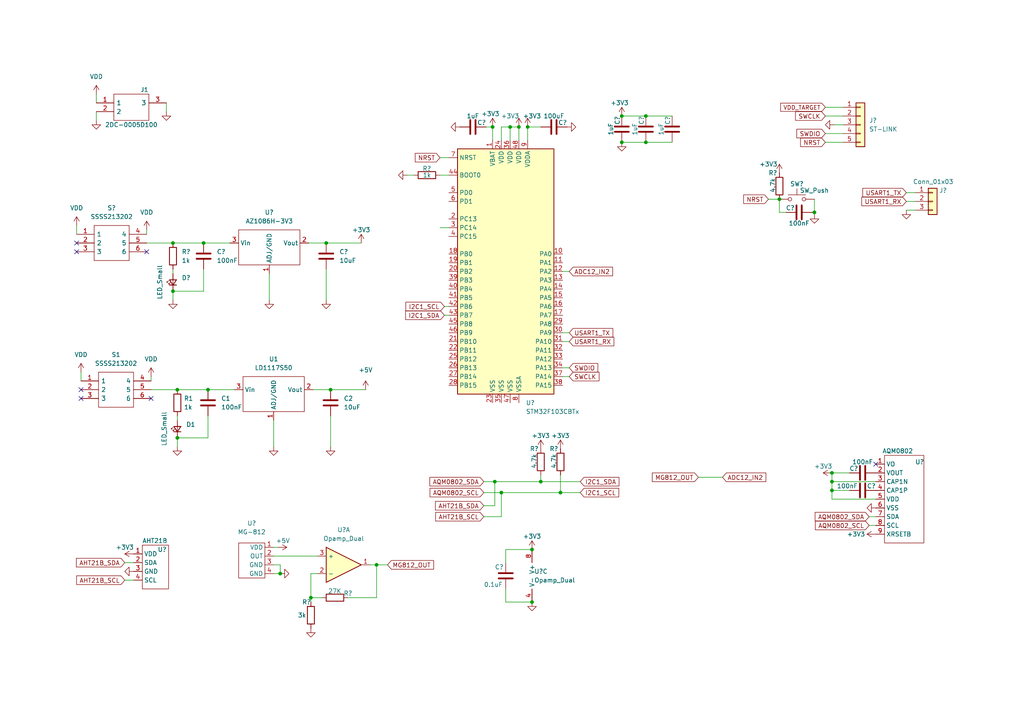
<source format=kicad_sch>
(kicad_sch (version 20211123) (generator eeschema)

  (uuid f3bd4a03-c68a-456b-a5f2-b0a4c101937b)

  (paper "A4")

  (lib_symbols
    (symbol "Connector_Generic:Conn_01x03" (pin_names (offset 1.016) hide) (in_bom yes) (on_board yes)
      (property "Reference" "J" (id 0) (at 0 5.08 0)
        (effects (font (size 1.27 1.27)))
      )
      (property "Value" "Conn_01x03" (id 1) (at 0 -5.08 0)
        (effects (font (size 1.27 1.27)))
      )
      (property "Footprint" "" (id 2) (at 0 0 0)
        (effects (font (size 1.27 1.27)) hide)
      )
      (property "Datasheet" "~" (id 3) (at 0 0 0)
        (effects (font (size 1.27 1.27)) hide)
      )
      (property "ki_keywords" "connector" (id 4) (at 0 0 0)
        (effects (font (size 1.27 1.27)) hide)
      )
      (property "ki_description" "Generic connector, single row, 01x03, script generated (kicad-library-utils/schlib/autogen/connector/)" (id 5) (at 0 0 0)
        (effects (font (size 1.27 1.27)) hide)
      )
      (property "ki_fp_filters" "Connector*:*_1x??_*" (id 6) (at 0 0 0)
        (effects (font (size 1.27 1.27)) hide)
      )
      (symbol "Conn_01x03_1_1"
        (rectangle (start -1.27 -2.413) (end 0 -2.667)
          (stroke (width 0.1524) (type default) (color 0 0 0 0))
          (fill (type none))
        )
        (rectangle (start -1.27 0.127) (end 0 -0.127)
          (stroke (width 0.1524) (type default) (color 0 0 0 0))
          (fill (type none))
        )
        (rectangle (start -1.27 2.667) (end 0 2.413)
          (stroke (width 0.1524) (type default) (color 0 0 0 0))
          (fill (type none))
        )
        (rectangle (start -1.27 3.81) (end 1.27 -3.81)
          (stroke (width 0.254) (type default) (color 0 0 0 0))
          (fill (type background))
        )
        (pin passive line (at -5.08 2.54 0) (length 3.81)
          (name "Pin_1" (effects (font (size 1.27 1.27))))
          (number "1" (effects (font (size 1.27 1.27))))
        )
        (pin passive line (at -5.08 0 0) (length 3.81)
          (name "Pin_2" (effects (font (size 1.27 1.27))))
          (number "2" (effects (font (size 1.27 1.27))))
        )
        (pin passive line (at -5.08 -2.54 0) (length 3.81)
          (name "Pin_3" (effects (font (size 1.27 1.27))))
          (number "3" (effects (font (size 1.27 1.27))))
        )
      )
    )
    (symbol "Connector_Generic:Conn_01x05" (pin_names (offset 1.016) hide) (in_bom yes) (on_board yes)
      (property "Reference" "J" (id 0) (at 0 7.62 0)
        (effects (font (size 1.27 1.27)))
      )
      (property "Value" "Conn_01x05" (id 1) (at 0 -7.62 0)
        (effects (font (size 1.27 1.27)))
      )
      (property "Footprint" "" (id 2) (at 0 0 0)
        (effects (font (size 1.27 1.27)) hide)
      )
      (property "Datasheet" "~" (id 3) (at 0 0 0)
        (effects (font (size 1.27 1.27)) hide)
      )
      (property "ki_keywords" "connector" (id 4) (at 0 0 0)
        (effects (font (size 1.27 1.27)) hide)
      )
      (property "ki_description" "Generic connector, single row, 01x05, script generated (kicad-library-utils/schlib/autogen/connector/)" (id 5) (at 0 0 0)
        (effects (font (size 1.27 1.27)) hide)
      )
      (property "ki_fp_filters" "Connector*:*_1x??_*" (id 6) (at 0 0 0)
        (effects (font (size 1.27 1.27)) hide)
      )
      (symbol "Conn_01x05_1_1"
        (rectangle (start -1.27 -4.953) (end 0 -5.207)
          (stroke (width 0.1524) (type default) (color 0 0 0 0))
          (fill (type none))
        )
        (rectangle (start -1.27 -2.413) (end 0 -2.667)
          (stroke (width 0.1524) (type default) (color 0 0 0 0))
          (fill (type none))
        )
        (rectangle (start -1.27 0.127) (end 0 -0.127)
          (stroke (width 0.1524) (type default) (color 0 0 0 0))
          (fill (type none))
        )
        (rectangle (start -1.27 2.667) (end 0 2.413)
          (stroke (width 0.1524) (type default) (color 0 0 0 0))
          (fill (type none))
        )
        (rectangle (start -1.27 5.207) (end 0 4.953)
          (stroke (width 0.1524) (type default) (color 0 0 0 0))
          (fill (type none))
        )
        (rectangle (start -1.27 6.35) (end 1.27 -6.35)
          (stroke (width 0.254) (type default) (color 0 0 0 0))
          (fill (type background))
        )
        (pin passive line (at -5.08 5.08 0) (length 3.81)
          (name "Pin_1" (effects (font (size 1.27 1.27))))
          (number "1" (effects (font (size 1.27 1.27))))
        )
        (pin passive line (at -5.08 2.54 0) (length 3.81)
          (name "Pin_2" (effects (font (size 1.27 1.27))))
          (number "2" (effects (font (size 1.27 1.27))))
        )
        (pin passive line (at -5.08 0 0) (length 3.81)
          (name "Pin_3" (effects (font (size 1.27 1.27))))
          (number "3" (effects (font (size 1.27 1.27))))
        )
        (pin passive line (at -5.08 -2.54 0) (length 3.81)
          (name "Pin_4" (effects (font (size 1.27 1.27))))
          (number "4" (effects (font (size 1.27 1.27))))
        )
        (pin passive line (at -5.08 -5.08 0) (length 3.81)
          (name "Pin_5" (effects (font (size 1.27 1.27))))
          (number "5" (effects (font (size 1.27 1.27))))
        )
      )
    )
    (symbol "Device:C" (pin_numbers hide) (pin_names (offset 0.254)) (in_bom yes) (on_board yes)
      (property "Reference" "C" (id 0) (at 0.635 2.54 0)
        (effects (font (size 1.27 1.27)) (justify left))
      )
      (property "Value" "C" (id 1) (at 0.635 -2.54 0)
        (effects (font (size 1.27 1.27)) (justify left))
      )
      (property "Footprint" "" (id 2) (at 0.9652 -3.81 0)
        (effects (font (size 1.27 1.27)) hide)
      )
      (property "Datasheet" "~" (id 3) (at 0 0 0)
        (effects (font (size 1.27 1.27)) hide)
      )
      (property "ki_keywords" "cap capacitor" (id 4) (at 0 0 0)
        (effects (font (size 1.27 1.27)) hide)
      )
      (property "ki_description" "Unpolarized capacitor" (id 5) (at 0 0 0)
        (effects (font (size 1.27 1.27)) hide)
      )
      (property "ki_fp_filters" "C_*" (id 6) (at 0 0 0)
        (effects (font (size 1.27 1.27)) hide)
      )
      (symbol "C_0_1"
        (polyline
          (pts
            (xy -2.032 -0.762)
            (xy 2.032 -0.762)
          )
          (stroke (width 0.508) (type default) (color 0 0 0 0))
          (fill (type none))
        )
        (polyline
          (pts
            (xy -2.032 0.762)
            (xy 2.032 0.762)
          )
          (stroke (width 0.508) (type default) (color 0 0 0 0))
          (fill (type none))
        )
      )
      (symbol "C_1_1"
        (pin passive line (at 0 3.81 270) (length 2.794)
          (name "~" (effects (font (size 1.27 1.27))))
          (number "1" (effects (font (size 1.27 1.27))))
        )
        (pin passive line (at 0 -3.81 90) (length 2.794)
          (name "~" (effects (font (size 1.27 1.27))))
          (number "2" (effects (font (size 1.27 1.27))))
        )
      )
    )
    (symbol "Device:LED_Small" (pin_numbers hide) (pin_names (offset 0.254) hide) (in_bom yes) (on_board yes)
      (property "Reference" "D" (id 0) (at -1.27 3.175 0)
        (effects (font (size 1.27 1.27)) (justify left))
      )
      (property "Value" "LED_Small" (id 1) (at -4.445 -2.54 0)
        (effects (font (size 1.27 1.27)) (justify left))
      )
      (property "Footprint" "" (id 2) (at 0 0 90)
        (effects (font (size 1.27 1.27)) hide)
      )
      (property "Datasheet" "~" (id 3) (at 0 0 90)
        (effects (font (size 1.27 1.27)) hide)
      )
      (property "ki_keywords" "LED diode light-emitting-diode" (id 4) (at 0 0 0)
        (effects (font (size 1.27 1.27)) hide)
      )
      (property "ki_description" "Light emitting diode, small symbol" (id 5) (at 0 0 0)
        (effects (font (size 1.27 1.27)) hide)
      )
      (property "ki_fp_filters" "LED* LED_SMD:* LED_THT:*" (id 6) (at 0 0 0)
        (effects (font (size 1.27 1.27)) hide)
      )
      (symbol "LED_Small_0_1"
        (polyline
          (pts
            (xy -0.762 -1.016)
            (xy -0.762 1.016)
          )
          (stroke (width 0.254) (type default) (color 0 0 0 0))
          (fill (type none))
        )
        (polyline
          (pts
            (xy 1.016 0)
            (xy -0.762 0)
          )
          (stroke (width 0) (type default) (color 0 0 0 0))
          (fill (type none))
        )
        (polyline
          (pts
            (xy 0.762 -1.016)
            (xy -0.762 0)
            (xy 0.762 1.016)
            (xy 0.762 -1.016)
          )
          (stroke (width 0.254) (type default) (color 0 0 0 0))
          (fill (type none))
        )
        (polyline
          (pts
            (xy 0 0.762)
            (xy -0.508 1.27)
            (xy -0.254 1.27)
            (xy -0.508 1.27)
            (xy -0.508 1.016)
          )
          (stroke (width 0) (type default) (color 0 0 0 0))
          (fill (type none))
        )
        (polyline
          (pts
            (xy 0.508 1.27)
            (xy 0 1.778)
            (xy 0.254 1.778)
            (xy 0 1.778)
            (xy 0 1.524)
          )
          (stroke (width 0) (type default) (color 0 0 0 0))
          (fill (type none))
        )
      )
      (symbol "LED_Small_1_1"
        (pin passive line (at -2.54 0 0) (length 1.778)
          (name "K" (effects (font (size 1.27 1.27))))
          (number "1" (effects (font (size 1.27 1.27))))
        )
        (pin passive line (at 2.54 0 180) (length 1.778)
          (name "A" (effects (font (size 1.27 1.27))))
          (number "2" (effects (font (size 1.27 1.27))))
        )
      )
    )
    (symbol "Device:Opamp_Dual" (in_bom yes) (on_board yes)
      (property "Reference" "U" (id 0) (at 0 5.08 0)
        (effects (font (size 1.27 1.27)) (justify left))
      )
      (property "Value" "Opamp_Dual" (id 1) (at 0 -5.08 0)
        (effects (font (size 1.27 1.27)) (justify left))
      )
      (property "Footprint" "" (id 2) (at 0 0 0)
        (effects (font (size 1.27 1.27)) hide)
      )
      (property "Datasheet" "~" (id 3) (at 0 0 0)
        (effects (font (size 1.27 1.27)) hide)
      )
      (property "ki_locked" "" (id 4) (at 0 0 0)
        (effects (font (size 1.27 1.27)))
      )
      (property "ki_keywords" "dual opamp" (id 5) (at 0 0 0)
        (effects (font (size 1.27 1.27)) hide)
      )
      (property "ki_description" "Dual operational amplifier" (id 6) (at 0 0 0)
        (effects (font (size 1.27 1.27)) hide)
      )
      (property "ki_fp_filters" "SOIC*3.9x4.9mm*P1.27mm* DIP*W7.62mm* MSOP*3x3mm*P0.65mm* SSOP*2.95x2.8mm*P0.65mm* TSSOP*3x3mm*P0.65mm* VSSOP*P0.5mm* TO?99*" (id 7) (at 0 0 0)
        (effects (font (size 1.27 1.27)) hide)
      )
      (symbol "Opamp_Dual_1_1"
        (polyline
          (pts
            (xy -5.08 5.08)
            (xy 5.08 0)
            (xy -5.08 -5.08)
            (xy -5.08 5.08)
          )
          (stroke (width 0.254) (type default) (color 0 0 0 0))
          (fill (type background))
        )
        (pin output line (at 7.62 0 180) (length 2.54)
          (name "~" (effects (font (size 1.27 1.27))))
          (number "1" (effects (font (size 1.27 1.27))))
        )
        (pin input line (at -7.62 -2.54 0) (length 2.54)
          (name "-" (effects (font (size 1.27 1.27))))
          (number "2" (effects (font (size 1.27 1.27))))
        )
        (pin input line (at -7.62 2.54 0) (length 2.54)
          (name "+" (effects (font (size 1.27 1.27))))
          (number "3" (effects (font (size 1.27 1.27))))
        )
      )
      (symbol "Opamp_Dual_2_1"
        (polyline
          (pts
            (xy -5.08 5.08)
            (xy 5.08 0)
            (xy -5.08 -5.08)
            (xy -5.08 5.08)
          )
          (stroke (width 0.254) (type default) (color 0 0 0 0))
          (fill (type background))
        )
        (pin input line (at -7.62 2.54 0) (length 2.54)
          (name "+" (effects (font (size 1.27 1.27))))
          (number "5" (effects (font (size 1.27 1.27))))
        )
        (pin input line (at -7.62 -2.54 0) (length 2.54)
          (name "-" (effects (font (size 1.27 1.27))))
          (number "6" (effects (font (size 1.27 1.27))))
        )
        (pin output line (at 7.62 0 180) (length 2.54)
          (name "~" (effects (font (size 1.27 1.27))))
          (number "7" (effects (font (size 1.27 1.27))))
        )
      )
      (symbol "Opamp_Dual_3_1"
        (pin power_in line (at -2.54 -7.62 90) (length 3.81)
          (name "V-" (effects (font (size 1.27 1.27))))
          (number "4" (effects (font (size 1.27 1.27))))
        )
        (pin power_in line (at -2.54 7.62 270) (length 3.81)
          (name "V+" (effects (font (size 1.27 1.27))))
          (number "8" (effects (font (size 1.27 1.27))))
        )
      )
    )
    (symbol "Device:R" (pin_numbers hide) (pin_names (offset 0)) (in_bom yes) (on_board yes)
      (property "Reference" "R" (id 0) (at 2.032 0 90)
        (effects (font (size 1.27 1.27)))
      )
      (property "Value" "R" (id 1) (at 0 0 90)
        (effects (font (size 1.27 1.27)))
      )
      (property "Footprint" "" (id 2) (at -1.778 0 90)
        (effects (font (size 1.27 1.27)) hide)
      )
      (property "Datasheet" "~" (id 3) (at 0 0 0)
        (effects (font (size 1.27 1.27)) hide)
      )
      (property "ki_keywords" "R res resistor" (id 4) (at 0 0 0)
        (effects (font (size 1.27 1.27)) hide)
      )
      (property "ki_description" "Resistor" (id 5) (at 0 0 0)
        (effects (font (size 1.27 1.27)) hide)
      )
      (property "ki_fp_filters" "R_*" (id 6) (at 0 0 0)
        (effects (font (size 1.27 1.27)) hide)
      )
      (symbol "R_0_1"
        (rectangle (start -1.016 -2.54) (end 1.016 2.54)
          (stroke (width 0.254) (type default) (color 0 0 0 0))
          (fill (type none))
        )
      )
      (symbol "R_1_1"
        (pin passive line (at 0 3.81 270) (length 1.27)
          (name "~" (effects (font (size 1.27 1.27))))
          (number "1" (effects (font (size 1.27 1.27))))
        )
        (pin passive line (at 0 -3.81 90) (length 1.27)
          (name "~" (effects (font (size 1.27 1.27))))
          (number "2" (effects (font (size 1.27 1.27))))
        )
      )
    )
    (symbol "MCU_ST_STM32F1:STM32F103CBTx" (in_bom yes) (on_board yes)
      (property "Reference" "U" (id 0) (at -15.24 36.83 0)
        (effects (font (size 1.27 1.27)) (justify left))
      )
      (property "Value" "STM32F103CBTx" (id 1) (at 7.62 36.83 0)
        (effects (font (size 1.27 1.27)) (justify left))
      )
      (property "Footprint" "Package_QFP:LQFP-48_7x7mm_P0.5mm" (id 2) (at -15.24 -35.56 0)
        (effects (font (size 1.27 1.27)) (justify right) hide)
      )
      (property "Datasheet" "http://www.st.com/st-web-ui/static/active/en/resource/technical/document/datasheet/CD00161566.pdf" (id 3) (at 0 0 0)
        (effects (font (size 1.27 1.27)) hide)
      )
      (property "ki_keywords" "ARM Cortex-M3 STM32F1 STM32F103" (id 4) (at 0 0 0)
        (effects (font (size 1.27 1.27)) hide)
      )
      (property "ki_description" "ARM Cortex-M3 MCU, 128KB flash, 20KB RAM, 72MHz, 2-3.6V, 37 GPIO, LQFP-48" (id 5) (at 0 0 0)
        (effects (font (size 1.27 1.27)) hide)
      )
      (property "ki_fp_filters" "LQFP*7x7mm*P0.5mm*" (id 6) (at 0 0 0)
        (effects (font (size 1.27 1.27)) hide)
      )
      (symbol "STM32F103CBTx_0_1"
        (rectangle (start -15.24 -35.56) (end 12.7 35.56)
          (stroke (width 0.254) (type default) (color 0 0 0 0))
          (fill (type background))
        )
      )
      (symbol "STM32F103CBTx_1_1"
        (pin power_in line (at -5.08 38.1 270) (length 2.54)
          (name "VBAT" (effects (font (size 1.27 1.27))))
          (number "1" (effects (font (size 1.27 1.27))))
        )
        (pin bidirectional line (at 15.24 5.08 180) (length 2.54)
          (name "PA0" (effects (font (size 1.27 1.27))))
          (number "10" (effects (font (size 1.27 1.27))))
        )
        (pin bidirectional line (at 15.24 2.54 180) (length 2.54)
          (name "PA1" (effects (font (size 1.27 1.27))))
          (number "11" (effects (font (size 1.27 1.27))))
        )
        (pin bidirectional line (at 15.24 0 180) (length 2.54)
          (name "PA2" (effects (font (size 1.27 1.27))))
          (number "12" (effects (font (size 1.27 1.27))))
        )
        (pin bidirectional line (at 15.24 -2.54 180) (length 2.54)
          (name "PA3" (effects (font (size 1.27 1.27))))
          (number "13" (effects (font (size 1.27 1.27))))
        )
        (pin bidirectional line (at 15.24 -5.08 180) (length 2.54)
          (name "PA4" (effects (font (size 1.27 1.27))))
          (number "14" (effects (font (size 1.27 1.27))))
        )
        (pin bidirectional line (at 15.24 -7.62 180) (length 2.54)
          (name "PA5" (effects (font (size 1.27 1.27))))
          (number "15" (effects (font (size 1.27 1.27))))
        )
        (pin bidirectional line (at 15.24 -10.16 180) (length 2.54)
          (name "PA6" (effects (font (size 1.27 1.27))))
          (number "16" (effects (font (size 1.27 1.27))))
        )
        (pin bidirectional line (at 15.24 -12.7 180) (length 2.54)
          (name "PA7" (effects (font (size 1.27 1.27))))
          (number "17" (effects (font (size 1.27 1.27))))
        )
        (pin bidirectional line (at -17.78 5.08 0) (length 2.54)
          (name "PB0" (effects (font (size 1.27 1.27))))
          (number "18" (effects (font (size 1.27 1.27))))
        )
        (pin bidirectional line (at -17.78 2.54 0) (length 2.54)
          (name "PB1" (effects (font (size 1.27 1.27))))
          (number "19" (effects (font (size 1.27 1.27))))
        )
        (pin bidirectional line (at -17.78 15.24 0) (length 2.54)
          (name "PC13" (effects (font (size 1.27 1.27))))
          (number "2" (effects (font (size 1.27 1.27))))
        )
        (pin bidirectional line (at -17.78 0 0) (length 2.54)
          (name "PB2" (effects (font (size 1.27 1.27))))
          (number "20" (effects (font (size 1.27 1.27))))
        )
        (pin bidirectional line (at -17.78 -20.32 0) (length 2.54)
          (name "PB10" (effects (font (size 1.27 1.27))))
          (number "21" (effects (font (size 1.27 1.27))))
        )
        (pin bidirectional line (at -17.78 -22.86 0) (length 2.54)
          (name "PB11" (effects (font (size 1.27 1.27))))
          (number "22" (effects (font (size 1.27 1.27))))
        )
        (pin power_in line (at -5.08 -38.1 90) (length 2.54)
          (name "VSS" (effects (font (size 1.27 1.27))))
          (number "23" (effects (font (size 1.27 1.27))))
        )
        (pin power_in line (at -2.54 38.1 270) (length 2.54)
          (name "VDD" (effects (font (size 1.27 1.27))))
          (number "24" (effects (font (size 1.27 1.27))))
        )
        (pin bidirectional line (at -17.78 -25.4 0) (length 2.54)
          (name "PB12" (effects (font (size 1.27 1.27))))
          (number "25" (effects (font (size 1.27 1.27))))
        )
        (pin bidirectional line (at -17.78 -27.94 0) (length 2.54)
          (name "PB13" (effects (font (size 1.27 1.27))))
          (number "26" (effects (font (size 1.27 1.27))))
        )
        (pin bidirectional line (at -17.78 -30.48 0) (length 2.54)
          (name "PB14" (effects (font (size 1.27 1.27))))
          (number "27" (effects (font (size 1.27 1.27))))
        )
        (pin bidirectional line (at -17.78 -33.02 0) (length 2.54)
          (name "PB15" (effects (font (size 1.27 1.27))))
          (number "28" (effects (font (size 1.27 1.27))))
        )
        (pin bidirectional line (at 15.24 -15.24 180) (length 2.54)
          (name "PA8" (effects (font (size 1.27 1.27))))
          (number "29" (effects (font (size 1.27 1.27))))
        )
        (pin bidirectional line (at -17.78 12.7 0) (length 2.54)
          (name "PC14" (effects (font (size 1.27 1.27))))
          (number "3" (effects (font (size 1.27 1.27))))
        )
        (pin bidirectional line (at 15.24 -17.78 180) (length 2.54)
          (name "PA9" (effects (font (size 1.27 1.27))))
          (number "30" (effects (font (size 1.27 1.27))))
        )
        (pin bidirectional line (at 15.24 -20.32 180) (length 2.54)
          (name "PA10" (effects (font (size 1.27 1.27))))
          (number "31" (effects (font (size 1.27 1.27))))
        )
        (pin bidirectional line (at 15.24 -22.86 180) (length 2.54)
          (name "PA11" (effects (font (size 1.27 1.27))))
          (number "32" (effects (font (size 1.27 1.27))))
        )
        (pin bidirectional line (at 15.24 -25.4 180) (length 2.54)
          (name "PA12" (effects (font (size 1.27 1.27))))
          (number "33" (effects (font (size 1.27 1.27))))
        )
        (pin bidirectional line (at 15.24 -27.94 180) (length 2.54)
          (name "PA13" (effects (font (size 1.27 1.27))))
          (number "34" (effects (font (size 1.27 1.27))))
        )
        (pin power_in line (at -2.54 -38.1 90) (length 2.54)
          (name "VSS" (effects (font (size 1.27 1.27))))
          (number "35" (effects (font (size 1.27 1.27))))
        )
        (pin power_in line (at 0 38.1 270) (length 2.54)
          (name "VDD" (effects (font (size 1.27 1.27))))
          (number "36" (effects (font (size 1.27 1.27))))
        )
        (pin bidirectional line (at 15.24 -30.48 180) (length 2.54)
          (name "PA14" (effects (font (size 1.27 1.27))))
          (number "37" (effects (font (size 1.27 1.27))))
        )
        (pin bidirectional line (at 15.24 -33.02 180) (length 2.54)
          (name "PA15" (effects (font (size 1.27 1.27))))
          (number "38" (effects (font (size 1.27 1.27))))
        )
        (pin bidirectional line (at -17.78 -2.54 0) (length 2.54)
          (name "PB3" (effects (font (size 1.27 1.27))))
          (number "39" (effects (font (size 1.27 1.27))))
        )
        (pin bidirectional line (at -17.78 10.16 0) (length 2.54)
          (name "PC15" (effects (font (size 1.27 1.27))))
          (number "4" (effects (font (size 1.27 1.27))))
        )
        (pin bidirectional line (at -17.78 -5.08 0) (length 2.54)
          (name "PB4" (effects (font (size 1.27 1.27))))
          (number "40" (effects (font (size 1.27 1.27))))
        )
        (pin bidirectional line (at -17.78 -7.62 0) (length 2.54)
          (name "PB5" (effects (font (size 1.27 1.27))))
          (number "41" (effects (font (size 1.27 1.27))))
        )
        (pin bidirectional line (at -17.78 -10.16 0) (length 2.54)
          (name "PB6" (effects (font (size 1.27 1.27))))
          (number "42" (effects (font (size 1.27 1.27))))
        )
        (pin bidirectional line (at -17.78 -12.7 0) (length 2.54)
          (name "PB7" (effects (font (size 1.27 1.27))))
          (number "43" (effects (font (size 1.27 1.27))))
        )
        (pin input line (at -17.78 27.94 0) (length 2.54)
          (name "BOOT0" (effects (font (size 1.27 1.27))))
          (number "44" (effects (font (size 1.27 1.27))))
        )
        (pin bidirectional line (at -17.78 -15.24 0) (length 2.54)
          (name "PB8" (effects (font (size 1.27 1.27))))
          (number "45" (effects (font (size 1.27 1.27))))
        )
        (pin bidirectional line (at -17.78 -17.78 0) (length 2.54)
          (name "PB9" (effects (font (size 1.27 1.27))))
          (number "46" (effects (font (size 1.27 1.27))))
        )
        (pin power_in line (at 0 -38.1 90) (length 2.54)
          (name "VSS" (effects (font (size 1.27 1.27))))
          (number "47" (effects (font (size 1.27 1.27))))
        )
        (pin power_in line (at 2.54 38.1 270) (length 2.54)
          (name "VDD" (effects (font (size 1.27 1.27))))
          (number "48" (effects (font (size 1.27 1.27))))
        )
        (pin input line (at -17.78 22.86 0) (length 2.54)
          (name "PD0" (effects (font (size 1.27 1.27))))
          (number "5" (effects (font (size 1.27 1.27))))
        )
        (pin input line (at -17.78 20.32 0) (length 2.54)
          (name "PD1" (effects (font (size 1.27 1.27))))
          (number "6" (effects (font (size 1.27 1.27))))
        )
        (pin input line (at -17.78 33.02 0) (length 2.54)
          (name "NRST" (effects (font (size 1.27 1.27))))
          (number "7" (effects (font (size 1.27 1.27))))
        )
        (pin power_in line (at 2.54 -38.1 90) (length 2.54)
          (name "VSSA" (effects (font (size 1.27 1.27))))
          (number "8" (effects (font (size 1.27 1.27))))
        )
        (pin power_in line (at 5.08 38.1 270) (length 2.54)
          (name "VDDA" (effects (font (size 1.27 1.27))))
          (number "9" (effects (font (size 1.27 1.27))))
        )
      )
    )
    (symbol "MyLibrary:AHT21B" (in_bom yes) (on_board yes)
      (property "Reference" "U" (id 0) (at 1.27 5.08 0)
        (effects (font (size 1.27 1.27)))
      )
      (property "Value" "AHT21B" (id 1) (at -1.27 7.62 0)
        (effects (font (size 1.27 1.27)))
      )
      (property "Footprint" "" (id 2) (at -5.08 -1.27 0)
        (effects (font (size 1.27 1.27)) hide)
      )
      (property "Datasheet" "" (id 3) (at -5.08 -1.27 0)
        (effects (font (size 1.27 1.27)) hide)
      )
      (symbol "AHT21B_0_1"
        (rectangle (start -5.08 6.35) (end 2.54 -6.35)
          (stroke (width 0) (type default) (color 0 0 0 0))
          (fill (type none))
        )
      )
      (symbol "AHT21B_1_1"
        (pin power_in line (at -7.62 3.81 0) (length 2.54)
          (name "VDD" (effects (font (size 1.27 1.27))))
          (number "1" (effects (font (size 1.27 1.27))))
        )
        (pin input line (at -7.62 1.27 0) (length 2.54)
          (name "SDA" (effects (font (size 1.27 1.27))))
          (number "2" (effects (font (size 1.27 1.27))))
        )
        (pin power_out line (at -7.62 -1.27 0) (length 2.54)
          (name "GND" (effects (font (size 1.27 1.27))))
          (number "3" (effects (font (size 1.27 1.27))))
        )
        (pin power_out line (at -7.62 -3.81 0) (length 2.54)
          (name "SCL" (effects (font (size 1.27 1.27))))
          (number "4" (effects (font (size 1.27 1.27))))
        )
      )
    )
    (symbol "MyLibrary:AQM0802" (in_bom yes) (on_board yes)
      (property "Reference" "U" (id 0) (at 8.89 11.43 0)
        (effects (font (size 1.27 1.27)))
      )
      (property "Value" "AQM0802" (id 1) (at 2.54 13.97 0)
        (effects (font (size 1.27 1.27)))
      )
      (property "Footprint" "" (id 2) (at -1.27 5.08 0)
        (effects (font (size 1.27 1.27)) hide)
      )
      (property "Datasheet" "" (id 3) (at -1.27 5.08 0)
        (effects (font (size 1.27 1.27)) hide)
      )
      (symbol "AQM0802_0_1"
        (rectangle (start -1.27 12.7) (end 10.16 -12.7)
          (stroke (width 0) (type default) (color 0 0 0 0))
          (fill (type none))
        )
      )
      (symbol "AQM0802_1_1"
        (pin output line (at -3.81 10.16 0) (length 2.54)
          (name "VO" (effects (font (size 1.27 1.27))))
          (number "1" (effects (font (size 1.27 1.27))))
        )
        (pin input line (at -3.81 7.62 0) (length 2.54)
          (name "VOUT" (effects (font (size 1.27 1.27))))
          (number "2" (effects (font (size 1.27 1.27))))
        )
        (pin input line (at -3.81 5.08 0) (length 2.54)
          (name "CAP1N" (effects (font (size 1.27 1.27))))
          (number "3" (effects (font (size 1.27 1.27))))
        )
        (pin input line (at -3.81 2.54 0) (length 2.54)
          (name "CAP1P" (effects (font (size 1.27 1.27))))
          (number "4" (effects (font (size 1.27 1.27))))
        )
        (pin input line (at -3.81 0 0) (length 2.54)
          (name "VDD" (effects (font (size 1.27 1.27))))
          (number "5" (effects (font (size 1.27 1.27))))
        )
        (pin input line (at -3.81 -2.54 0) (length 2.54)
          (name "VSS" (effects (font (size 1.27 1.27))))
          (number "6" (effects (font (size 1.27 1.27))))
        )
        (pin input line (at -3.81 -5.08 0) (length 2.54)
          (name "SDA" (effects (font (size 1.27 1.27))))
          (number "7" (effects (font (size 1.27 1.27))))
        )
        (pin input line (at -3.81 -7.62 0) (length 2.54)
          (name "SCL" (effects (font (size 1.27 1.27))))
          (number "8" (effects (font (size 1.27 1.27))))
        )
        (pin input line (at -3.81 -10.16 0) (length 2.54)
          (name "XRSETB" (effects (font (size 1.27 1.27))))
          (number "9" (effects (font (size 1.27 1.27))))
        )
      )
    )
    (symbol "MyLibrary:AZ1086H-3V3" (in_bom yes) (on_board yes)
      (property "Reference" "U" (id 0) (at -7.62 -7.62 0)
        (effects (font (size 1.27 1.27)))
      )
      (property "Value" "AZ1086H-3V3" (id 1) (at 0 5.08 0)
        (effects (font (size 1.27 1.27)))
      )
      (property "Footprint" "" (id 2) (at 0 5.08 0)
        (effects (font (size 1.27 1.27)) hide)
      )
      (property "Datasheet" "" (id 3) (at 0 5.08 0)
        (effects (font (size 1.27 1.27)) hide)
      )
      (symbol "AZ1086H-3V3_0_1"
        (polyline
          (pts
            (xy -8.89 0)
            (xy -8.89 3.81)
            (xy 8.89 3.81)
            (xy 8.89 -6.35)
            (xy -8.89 -6.35)
            (xy -8.89 0)
          )
          (stroke (width 0) (type default) (color 0 0 0 0))
          (fill (type none))
        )
      )
      (symbol "AZ1086H-3V3_1_1"
        (pin power_in line (at 0 -8.89 90) (length 2.54)
          (name "ADJ/GND" (effects (font (size 1.27 1.27))))
          (number "1" (effects (font (size 1.27 1.27))))
        )
        (pin power_out line (at 11.43 0 180) (length 2.54)
          (name "Vout" (effects (font (size 1.27 1.27))))
          (number "2" (effects (font (size 1.27 1.27))))
        )
        (pin input line (at -11.43 0 0) (length 2.54)
          (name "Vin" (effects (font (size 1.27 1.27))))
          (number "3" (effects (font (size 1.27 1.27))))
        )
      )
    )
    (symbol "MyLibrary:LD1117S50" (in_bom yes) (on_board yes)
      (property "Reference" "U" (id 0) (at 2.54 6.35 0)
        (effects (font (size 1.27 1.27)))
      )
      (property "Value" "LD1117S50" (id 1) (at -1.27 -12.7 0)
        (effects (font (size 1.27 1.27)))
      )
      (property "Footprint" "" (id 2) (at 0 0 0)
        (effects (font (size 1.27 1.27)) hide)
      )
      (property "Datasheet" "" (id 3) (at 0 0 0)
        (effects (font (size 1.27 1.27)) hide)
      )
      (symbol "LD1117S50_0_1"
        (polyline
          (pts
            (xy -8.89 0)
            (xy -8.89 3.81)
            (xy 8.89 3.81)
            (xy 8.89 -6.35)
            (xy -8.89 -6.35)
            (xy -8.89 0)
          )
          (stroke (width 0) (type default) (color 0 0 0 0))
          (fill (type none))
        )
      )
      (symbol "LD1117S50_1_1"
        (pin power_in line (at 0 -8.89 90) (length 2.54)
          (name "ADJ/GND" (effects (font (size 1.27 1.27))))
          (number "1" (effects (font (size 1.27 1.27))))
        )
        (pin power_out line (at 11.43 0 180) (length 2.54)
          (name "Vout" (effects (font (size 1.27 1.27))))
          (number "2" (effects (font (size 1.27 1.27))))
        )
        (pin input line (at -11.43 0 0) (length 2.54)
          (name "Vin" (effects (font (size 1.27 1.27))))
          (number "3" (effects (font (size 1.27 1.27))))
        )
      )
    )
    (symbol "MyLibrary:MG-812" (in_bom yes) (on_board yes)
      (property "Reference" "U" (id 0) (at 3.81 3.81 0)
        (effects (font (size 1.27 1.27)))
      )
      (property "Value" "MG-812" (id 1) (at 1.27 6.35 0)
        (effects (font (size 1.27 1.27)))
      )
      (property "Footprint" "" (id 2) (at -2.54 2.54 0)
        (effects (font (size 1.27 1.27)) hide)
      )
      (property "Datasheet" "" (id 3) (at -2.54 2.54 0)
        (effects (font (size 1.27 1.27)) hide)
      )
      (symbol "MG-812_0_1"
        (rectangle (start -2.54 5.08) (end 5.08 -5.08)
          (stroke (width 0) (type default) (color 0 0 0 0))
          (fill (type none))
        )
      )
      (symbol "MG-812_1_1"
        (pin power_in line (at -5.08 3.81 0) (length 2.54)
          (name "VDD" (effects (font (size 1.27 1.27))))
          (number "1" (effects (font (size 1.27 1.27))))
        )
        (pin output line (at -5.08 1.27 0) (length 2.54)
          (name "OUT" (effects (font (size 1.27 1.27))))
          (number "2" (effects (font (size 1.27 1.27))))
        )
        (pin output line (at -5.08 -1.27 0) (length 2.54)
          (name "GND" (effects (font (size 1.27 1.27))))
          (number "3" (effects (font (size 1.27 1.27))))
        )
        (pin output line (at -5.08 -3.81 0) (length 2.54)
          (name "GND" (effects (font (size 1.27 1.27))))
          (number "4" (effects (font (size 1.27 1.27))))
        )
      )
    )
    (symbol "MyLibrary:SSSS213202" (pin_names (offset 0.762)) (in_bom yes) (on_board yes)
      (property "Reference" "S" (id 0) (at 16.51 7.62 0)
        (effects (font (size 1.27 1.27)) (justify left))
      )
      (property "Value" "SSSS213202" (id 1) (at 16.51 5.08 0)
        (effects (font (size 1.27 1.27)) (justify left))
      )
      (property "Footprint" "SSSS213202" (id 2) (at 16.51 2.54 0)
        (effects (font (size 1.27 1.27)) (justify left) hide)
      )
      (property "Datasheet" "http://uk.rs-online.com/web/p/products/1238917" (id 3) (at 16.51 0 0)
        (effects (font (size 1.27 1.27)) (justify left) hide)
      )
      (property "Description" "Slide Switches 1-pole 2-positions Surface Mount Slide Switch SPDT Maintained 0.3 A Slide" (id 4) (at 16.51 -2.54 0)
        (effects (font (size 1.27 1.27)) (justify left) hide)
      )
      (property "Height" "" (id 5) (at 16.51 -5.08 0)
        (effects (font (size 1.27 1.27)) (justify left) hide)
      )
      (property "RS Part Number" "1238917" (id 6) (at 16.51 -7.62 0)
        (effects (font (size 1.27 1.27)) (justify left) hide)
      )
      (property "RS Price/Stock" "http://uk.rs-online.com/web/p/products/1238917" (id 7) (at 16.51 -10.16 0)
        (effects (font (size 1.27 1.27)) (justify left) hide)
      )
      (property "Manufacturer_Name" "ALPS Electric" (id 8) (at 16.51 -12.7 0)
        (effects (font (size 1.27 1.27)) (justify left) hide)
      )
      (property "Manufacturer_Part_Number" "SSSS213202" (id 9) (at 16.51 -15.24 0)
        (effects (font (size 1.27 1.27)) (justify left) hide)
      )
      (property "ki_description" "Slide Switches 1-pole 2-positions Surface Mount Slide Switch SPDT Maintained 0.3 A Slide" (id 10) (at 0 0 0)
        (effects (font (size 1.27 1.27)) hide)
      )
      (symbol "SSSS213202_0_0"
        (pin passive line (at 0 0 0) (length 5.08)
          (name "1" (effects (font (size 1.27 1.27))))
          (number "1" (effects (font (size 1.27 1.27))))
        )
        (pin passive line (at 0 -2.54 0) (length 5.08)
          (name "2" (effects (font (size 1.27 1.27))))
          (number "2" (effects (font (size 1.27 1.27))))
        )
        (pin passive line (at 0 -5.08 0) (length 5.08)
          (name "3" (effects (font (size 1.27 1.27))))
          (number "3" (effects (font (size 1.27 1.27))))
        )
        (pin passive line (at 20.32 0 180) (length 5.08)
          (name "4" (effects (font (size 1.27 1.27))))
          (number "4" (effects (font (size 1.27 1.27))))
        )
        (pin passive line (at 20.32 -2.54 180) (length 5.08)
          (name "5" (effects (font (size 1.27 1.27))))
          (number "5" (effects (font (size 1.27 1.27))))
        )
        (pin passive line (at 20.32 -5.08 180) (length 5.08)
          (name "6" (effects (font (size 1.27 1.27))))
          (number "6" (effects (font (size 1.27 1.27))))
        )
      )
      (symbol "SSSS213202_0_1"
        (polyline
          (pts
            (xy 5.08 2.54)
            (xy 15.24 2.54)
            (xy 15.24 -7.62)
            (xy 5.08 -7.62)
            (xy 5.08 2.54)
          )
          (stroke (width 0.1524) (type default) (color 0 0 0 0))
          (fill (type none))
        )
      )
    )
    (symbol "SamacSys_Parts:2DC-0005D100" (pin_names (offset 0.762)) (in_bom yes) (on_board yes)
      (property "Reference" "J" (id 0) (at 16.51 7.62 0)
        (effects (font (size 1.27 1.27)) (justify left))
      )
      (property "Value" "2DC-0005D100" (id 1) (at 16.51 5.08 0)
        (effects (font (size 1.27 1.27)) (justify left))
      )
      (property "Footprint" "2DC0005D100" (id 2) (at 16.51 2.54 0)
        (effects (font (size 1.27 1.27)) (justify left) hide)
      )
      (property "Datasheet" "https://www.datasheets360.com/pdf/-4420212090861967758" (id 3) (at 16.51 0 0)
        (effects (font (size 1.27 1.27)) (justify left) hide)
      )
      (property "Description" "Circular DC Power Connector, 20V, 4A, 2mm Dia" (id 4) (at 16.51 -2.54 0)
        (effects (font (size 1.27 1.27)) (justify left) hide)
      )
      (property "Height" "11" (id 5) (at 16.51 -5.08 0)
        (effects (font (size 1.27 1.27)) (justify left) hide)
      )
      (property "RS Part Number" "" (id 6) (at 16.51 -7.62 0)
        (effects (font (size 1.27 1.27)) (justify left) hide)
      )
      (property "RS Price/Stock" "" (id 7) (at 16.51 -10.16 0)
        (effects (font (size 1.27 1.27)) (justify left) hide)
      )
      (property "Manufacturer_Name" "Singatron Enterprises Co Ltd" (id 8) (at 16.51 -12.7 0)
        (effects (font (size 1.27 1.27)) (justify left) hide)
      )
      (property "Manufacturer_Part_Number" "2DC-0005D100" (id 9) (at 16.51 -15.24 0)
        (effects (font (size 1.27 1.27)) (justify left) hide)
      )
      (property "ki_description" "Circular DC Power Connector, 20V, 4A, 2mm Dia" (id 10) (at 0 0 0)
        (effects (font (size 1.27 1.27)) hide)
      )
      (symbol "2DC-0005D100_0_0"
        (pin passive line (at 0 0 0) (length 5.08)
          (name "1" (effects (font (size 1.27 1.27))))
          (number "1" (effects (font (size 1.27 1.27))))
        )
        (pin passive line (at 0 -2.54 0) (length 5.08)
          (name "2" (effects (font (size 1.27 1.27))))
          (number "2" (effects (font (size 1.27 1.27))))
        )
        (pin passive line (at 20.32 0 180) (length 5.08)
          (name "3" (effects (font (size 1.27 1.27))))
          (number "3" (effects (font (size 1.27 1.27))))
        )
      )
      (symbol "2DC-0005D100_0_1"
        (polyline
          (pts
            (xy 5.08 2.54)
            (xy 15.24 2.54)
            (xy 15.24 -5.08)
            (xy 5.08 -5.08)
            (xy 5.08 2.54)
          )
          (stroke (width 0.1524) (type default) (color 0 0 0 0))
          (fill (type none))
        )
      )
    )
    (symbol "Switch:SW_Push" (pin_numbers hide) (pin_names (offset 1.016) hide) (in_bom yes) (on_board yes)
      (property "Reference" "SW" (id 0) (at 1.27 2.54 0)
        (effects (font (size 1.27 1.27)) (justify left))
      )
      (property "Value" "SW_Push" (id 1) (at 0 -1.524 0)
        (effects (font (size 1.27 1.27)))
      )
      (property "Footprint" "" (id 2) (at 0 5.08 0)
        (effects (font (size 1.27 1.27)) hide)
      )
      (property "Datasheet" "~" (id 3) (at 0 5.08 0)
        (effects (font (size 1.27 1.27)) hide)
      )
      (property "ki_keywords" "switch normally-open pushbutton push-button" (id 4) (at 0 0 0)
        (effects (font (size 1.27 1.27)) hide)
      )
      (property "ki_description" "Push button switch, generic, two pins" (id 5) (at 0 0 0)
        (effects (font (size 1.27 1.27)) hide)
      )
      (symbol "SW_Push_0_1"
        (circle (center -2.032 0) (radius 0.508)
          (stroke (width 0) (type default) (color 0 0 0 0))
          (fill (type none))
        )
        (polyline
          (pts
            (xy 0 1.27)
            (xy 0 3.048)
          )
          (stroke (width 0) (type default) (color 0 0 0 0))
          (fill (type none))
        )
        (polyline
          (pts
            (xy 2.54 1.27)
            (xy -2.54 1.27)
          )
          (stroke (width 0) (type default) (color 0 0 0 0))
          (fill (type none))
        )
        (circle (center 2.032 0) (radius 0.508)
          (stroke (width 0) (type default) (color 0 0 0 0))
          (fill (type none))
        )
        (pin passive line (at -5.08 0 0) (length 2.54)
          (name "1" (effects (font (size 1.27 1.27))))
          (number "1" (effects (font (size 1.27 1.27))))
        )
        (pin passive line (at 5.08 0 180) (length 2.54)
          (name "2" (effects (font (size 1.27 1.27))))
          (number "2" (effects (font (size 1.27 1.27))))
        )
      )
    )
    (symbol "power:+3V3" (power) (pin_names (offset 0)) (in_bom yes) (on_board yes)
      (property "Reference" "#PWR" (id 0) (at 0 -3.81 0)
        (effects (font (size 1.27 1.27)) hide)
      )
      (property "Value" "+3V3" (id 1) (at 0 3.556 0)
        (effects (font (size 1.27 1.27)))
      )
      (property "Footprint" "" (id 2) (at 0 0 0)
        (effects (font (size 1.27 1.27)) hide)
      )
      (property "Datasheet" "" (id 3) (at 0 0 0)
        (effects (font (size 1.27 1.27)) hide)
      )
      (property "ki_keywords" "global power" (id 4) (at 0 0 0)
        (effects (font (size 1.27 1.27)) hide)
      )
      (property "ki_description" "Power symbol creates a global label with name \"+3V3\"" (id 5) (at 0 0 0)
        (effects (font (size 1.27 1.27)) hide)
      )
      (symbol "+3V3_0_1"
        (polyline
          (pts
            (xy -0.762 1.27)
            (xy 0 2.54)
          )
          (stroke (width 0) (type default) (color 0 0 0 0))
          (fill (type none))
        )
        (polyline
          (pts
            (xy 0 0)
            (xy 0 2.54)
          )
          (stroke (width 0) (type default) (color 0 0 0 0))
          (fill (type none))
        )
        (polyline
          (pts
            (xy 0 2.54)
            (xy 0.762 1.27)
          )
          (stroke (width 0) (type default) (color 0 0 0 0))
          (fill (type none))
        )
      )
      (symbol "+3V3_1_1"
        (pin power_in line (at 0 0 90) (length 0) hide
          (name "+3V3" (effects (font (size 1.27 1.27))))
          (number "1" (effects (font (size 1.27 1.27))))
        )
      )
    )
    (symbol "power:+5V" (power) (pin_names (offset 0)) (in_bom yes) (on_board yes)
      (property "Reference" "#PWR" (id 0) (at 0 -3.81 0)
        (effects (font (size 1.27 1.27)) hide)
      )
      (property "Value" "+5V" (id 1) (at 0 3.556 0)
        (effects (font (size 1.27 1.27)))
      )
      (property "Footprint" "" (id 2) (at 0 0 0)
        (effects (font (size 1.27 1.27)) hide)
      )
      (property "Datasheet" "" (id 3) (at 0 0 0)
        (effects (font (size 1.27 1.27)) hide)
      )
      (property "ki_keywords" "global power" (id 4) (at 0 0 0)
        (effects (font (size 1.27 1.27)) hide)
      )
      (property "ki_description" "Power symbol creates a global label with name \"+5V\"" (id 5) (at 0 0 0)
        (effects (font (size 1.27 1.27)) hide)
      )
      (symbol "+5V_0_1"
        (polyline
          (pts
            (xy -0.762 1.27)
            (xy 0 2.54)
          )
          (stroke (width 0) (type default) (color 0 0 0 0))
          (fill (type none))
        )
        (polyline
          (pts
            (xy 0 0)
            (xy 0 2.54)
          )
          (stroke (width 0) (type default) (color 0 0 0 0))
          (fill (type none))
        )
        (polyline
          (pts
            (xy 0 2.54)
            (xy 0.762 1.27)
          )
          (stroke (width 0) (type default) (color 0 0 0 0))
          (fill (type none))
        )
      )
      (symbol "+5V_1_1"
        (pin power_in line (at 0 0 90) (length 0) hide
          (name "+5V" (effects (font (size 1.27 1.27))))
          (number "1" (effects (font (size 1.27 1.27))))
        )
      )
    )
    (symbol "power:GND" (power) (pin_names (offset 0)) (in_bom yes) (on_board yes)
      (property "Reference" "#PWR" (id 0) (at 0 -6.35 0)
        (effects (font (size 1.27 1.27)) hide)
      )
      (property "Value" "GND" (id 1) (at 0 -3.81 0)
        (effects (font (size 1.27 1.27)))
      )
      (property "Footprint" "" (id 2) (at 0 0 0)
        (effects (font (size 1.27 1.27)) hide)
      )
      (property "Datasheet" "" (id 3) (at 0 0 0)
        (effects (font (size 1.27 1.27)) hide)
      )
      (property "ki_keywords" "global power" (id 4) (at 0 0 0)
        (effects (font (size 1.27 1.27)) hide)
      )
      (property "ki_description" "Power symbol creates a global label with name \"GND\" , ground" (id 5) (at 0 0 0)
        (effects (font (size 1.27 1.27)) hide)
      )
      (symbol "GND_0_1"
        (polyline
          (pts
            (xy 0 0)
            (xy 0 -1.27)
            (xy 1.27 -1.27)
            (xy 0 -2.54)
            (xy -1.27 -1.27)
            (xy 0 -1.27)
          )
          (stroke (width 0) (type default) (color 0 0 0 0))
          (fill (type none))
        )
      )
      (symbol "GND_1_1"
        (pin power_in line (at 0 0 270) (length 0) hide
          (name "GND" (effects (font (size 1.27 1.27))))
          (number "1" (effects (font (size 1.27 1.27))))
        )
      )
    )
    (symbol "power:VDD" (power) (pin_names (offset 0)) (in_bom yes) (on_board yes)
      (property "Reference" "#PWR" (id 0) (at 0 -3.81 0)
        (effects (font (size 1.27 1.27)) hide)
      )
      (property "Value" "VDD" (id 1) (at 0 3.81 0)
        (effects (font (size 1.27 1.27)))
      )
      (property "Footprint" "" (id 2) (at 0 0 0)
        (effects (font (size 1.27 1.27)) hide)
      )
      (property "Datasheet" "" (id 3) (at 0 0 0)
        (effects (font (size 1.27 1.27)) hide)
      )
      (property "ki_keywords" "global power" (id 4) (at 0 0 0)
        (effects (font (size 1.27 1.27)) hide)
      )
      (property "ki_description" "Power symbol creates a global label with name \"VDD\"" (id 5) (at 0 0 0)
        (effects (font (size 1.27 1.27)) hide)
      )
      (symbol "VDD_0_1"
        (polyline
          (pts
            (xy -0.762 1.27)
            (xy 0 2.54)
          )
          (stroke (width 0) (type default) (color 0 0 0 0))
          (fill (type none))
        )
        (polyline
          (pts
            (xy 0 0)
            (xy 0 2.54)
          )
          (stroke (width 0) (type default) (color 0 0 0 0))
          (fill (type none))
        )
        (polyline
          (pts
            (xy 0 2.54)
            (xy 0.762 1.27)
          )
          (stroke (width 0) (type default) (color 0 0 0 0))
          (fill (type none))
        )
      )
      (symbol "VDD_1_1"
        (pin power_in line (at 0 0 90) (length 0) hide
          (name "VDD" (effects (font (size 1.27 1.27))))
          (number "1" (effects (font (size 1.27 1.27))))
        )
      )
    )
  )

  (junction (at 50.165 70.485) (diameter 0) (color 0 0 0 0)
    (uuid 00f9a163-a287-4c50-86b0-5d2eca13244a)
  )
  (junction (at 154.305 159.385) (diameter 0) (color 0 0 0 0)
    (uuid 09608fc2-1a2f-4e4c-98a4-0ca67f7c11bd)
  )
  (junction (at 180.34 33.655) (diameter 0) (color 0 0 0 0)
    (uuid 1873b8ef-0699-4a48-8d7d-e93f43b383c9)
  )
  (junction (at 90.17 173.355) (diameter 0) (color 0 0 0 0)
    (uuid 21e06c9a-e898-4d4a-9e99-926fbdea535f)
  )
  (junction (at 145.415 142.875) (diameter 0) (color 0 0 0 0)
    (uuid 276d5e89-a651-4ce4-9d43-c8b38e40a66a)
  )
  (junction (at 154.305 174.625) (diameter 0) (color 0 0 0 0)
    (uuid 2c346a9a-f6d8-49df-87e4-6fe762810ab9)
  )
  (junction (at 162.56 142.875) (diameter 0) (color 0 0 0 0)
    (uuid 318f5127-6060-4e95-8e0e-d83e65a831e5)
  )
  (junction (at 236.22 61.595) (diameter 0) (color 0 0 0 0)
    (uuid 40dc0580-134b-4c92-a0ba-82e736bca1de)
  )
  (junction (at 60.325 113.03) (diameter 0) (color 0 0 0 0)
    (uuid 4c2e567c-290a-43ec-84cb-204ceec8978d)
  )
  (junction (at 94.615 70.485) (diameter 0) (color 0 0 0 0)
    (uuid 56f9332a-4a93-409f-92f4-85a6077829dc)
  )
  (junction (at 81.28 166.37) (diameter 0) (color 0 0 0 0)
    (uuid 58f5cbe1-71d1-459c-9422-6d04c748c0cb)
  )
  (junction (at 143.51 139.7) (diameter 0) (color 0 0 0 0)
    (uuid 5c8b2bfa-91da-49a7-a253-01f8577e3f76)
  )
  (junction (at 95.885 113.03) (diameter 0) (color 0 0 0 0)
    (uuid 639ea156-7c65-4915-a33b-59744db4d5a5)
  )
  (junction (at 241.3 142.24) (diameter 0) (color 0 0 0 0)
    (uuid 670fcbf2-c200-4c78-bdcf-48a0d40b690a)
  )
  (junction (at 50.165 84.455) (diameter 0) (color 0 0 0 0)
    (uuid 717c4bce-bd81-4795-86bf-9c97b99523c2)
  )
  (junction (at 156.845 139.7) (diameter 0) (color 0 0 0 0)
    (uuid 73f4a8af-c2a7-4438-8fba-fa41460a679c)
  )
  (junction (at 187.325 33.655) (diameter 0) (color 0 0 0 0)
    (uuid 779fd595-22ca-4655-8426-63ee88449928)
  )
  (junction (at 180.34 41.275) (diameter 0) (color 0 0 0 0)
    (uuid 790a37fe-5a8d-4f7d-b4e0-b708f24bb75c)
  )
  (junction (at 241.3 137.16) (diameter 0) (color 0 0 0 0)
    (uuid a237d7db-2b52-4ec3-b1a2-332a482a5147)
  )
  (junction (at 51.435 127) (diameter 0) (color 0 0 0 0)
    (uuid a4395bfa-3768-4faa-b14c-fbe1232d1d8c)
  )
  (junction (at 147.955 36.83) (diameter 0) (color 0 0 0 0)
    (uuid a52786d0-a2a2-4bd1-b7b0-4f4efcd00056)
  )
  (junction (at 226.06 57.785) (diameter 0) (color 0 0 0 0)
    (uuid b5d25668-2b8b-47af-a0ef-c1828e6bcacd)
  )
  (junction (at 51.435 113.03) (diameter 0) (color 0 0 0 0)
    (uuid b6885c79-3baf-4888-93c0-65762e09cc57)
  )
  (junction (at 153.035 36.83) (diameter 0) (color 0 0 0 0)
    (uuid b94ee5e3-caa4-4190-b8f0-531c722bd816)
  )
  (junction (at 241.3 139.7) (diameter 0) (color 0 0 0 0)
    (uuid c1f1d1bc-b1ac-4c53-aad7-feb23dfb5d6b)
  )
  (junction (at 150.495 36.83) (diameter 0) (color 0 0 0 0)
    (uuid d62bdaea-5049-4d72-a130-8840adf6656a)
  )
  (junction (at 187.325 41.275) (diameter 0) (color 0 0 0 0)
    (uuid d72919e8-127d-4a3f-a511-b50bb6d9510f)
  )
  (junction (at 142.875 36.83) (diameter 0) (color 0 0 0 0)
    (uuid e282462b-a644-421b-84cf-f6d8c0127ac0)
  )
  (junction (at 59.055 70.485) (diameter 0) (color 0 0 0 0)
    (uuid e7ed92e2-ef19-4eaa-bd5d-7fb3383b33e0)
  )
  (junction (at 109.22 163.83) (diameter 0) (color 0 0 0 0)
    (uuid fb395c80-a262-4505-bc7e-29f35d75910e)
  )

  (no_connect (at 23.495 113.03) (uuid 1bed5a82-096c-4674-9aa9-24ce4847fa53))
  (no_connect (at 42.545 73.025) (uuid 30dd94a9-4d2d-4fc7-80df-ca1cb0a3ee49))
  (no_connect (at 43.815 115.57) (uuid 3d41262d-73bb-42aa-bbe4-b45983932af4))
  (no_connect (at 22.225 73.025) (uuid 65b9db11-580a-4cf6-8c4f-093feff4f877))
  (no_connect (at 23.495 115.57) (uuid 76ad1c25-bdf3-4919-8510-377eeddc2c6f))
  (no_connect (at 254 134.62) (uuid b6ed8808-6b0d-4ba9-b2ac-b2403ffbd0ce))
  (no_connect (at 22.225 70.485) (uuid bae76504-173e-46fb-9f67-c5cab560fbe7))

  (wire (pts (xy 90.17 166.37) (xy 90.17 173.355))
    (stroke (width 0) (type default) (color 0 0 0 0))
    (uuid 032d1562-05bb-4aa1-8d49-37bd79b2a515)
  )
  (wire (pts (xy 156.845 139.7) (xy 168.275 139.7))
    (stroke (width 0) (type default) (color 0 0 0 0))
    (uuid 04d34f3c-080f-49e8-bb4e-bce30fcbcb00)
  )
  (wire (pts (xy 142.875 40.64) (xy 142.875 36.83))
    (stroke (width 0) (type default) (color 0 0 0 0))
    (uuid 050c096a-3f21-4247-a61e-d18be3fba055)
  )
  (wire (pts (xy 162.56 142.875) (xy 168.275 142.875))
    (stroke (width 0) (type default) (color 0 0 0 0))
    (uuid 0717c95e-6d5a-4e5d-88b6-516375e54edb)
  )
  (wire (pts (xy 163.195 109.22) (xy 165.1 109.22))
    (stroke (width 0) (type default) (color 0 0 0 0))
    (uuid 077a5142-39b5-45c6-8ebb-1e48412f1af4)
  )
  (wire (pts (xy 145.415 142.875) (xy 162.56 142.875))
    (stroke (width 0) (type default) (color 0 0 0 0))
    (uuid 09b076d9-95cb-45dd-878d-a082fcf72eac)
  )
  (wire (pts (xy 90.17 173.355) (xy 90.17 174.625))
    (stroke (width 0) (type default) (color 0 0 0 0))
    (uuid 09b6ccad-0a3e-4a22-9740-2e378d888bf4)
  )
  (wire (pts (xy 180.34 41.275) (xy 187.325 41.275))
    (stroke (width 0) (type default) (color 0 0 0 0))
    (uuid 0a547055-181e-4e2e-82b2-5059fc9d64fd)
  )
  (wire (pts (xy 241.3 139.7) (xy 241.3 137.16))
    (stroke (width 0) (type default) (color 0 0 0 0))
    (uuid 1231a632-ffb8-42fb-97f0-da4e63e37750)
  )
  (wire (pts (xy 241.3 142.24) (xy 246.38 142.24))
    (stroke (width 0) (type default) (color 0 0 0 0))
    (uuid 177dccf2-da9d-485c-a070-e987fe3dcec4)
  )
  (wire (pts (xy 145.415 36.83) (xy 147.955 36.83))
    (stroke (width 0) (type default) (color 0 0 0 0))
    (uuid 18531a98-e871-4dcc-b0b6-bfd57bb3836d)
  )
  (wire (pts (xy 163.195 78.74) (xy 165.1 78.74))
    (stroke (width 0) (type default) (color 0 0 0 0))
    (uuid 1ba5f6b3-32ca-496e-8fe3-2a176841832c)
  )
  (wire (pts (xy 94.615 70.485) (xy 104.775 70.485))
    (stroke (width 0) (type default) (color 0 0 0 0))
    (uuid 1bdf1d27-2cf7-4e25-b05d-7cf8dff13cf5)
  )
  (wire (pts (xy 163.195 96.52) (xy 165.1 96.52))
    (stroke (width 0) (type default) (color 0 0 0 0))
    (uuid 1bf3011f-7c59-4ecf-a0b9-5fd05b827463)
  )
  (wire (pts (xy 36.195 168.275) (xy 38.735 168.275))
    (stroke (width 0) (type default) (color 0 0 0 0))
    (uuid 1d053ea8-4746-404d-8549-dea662aa8e21)
  )
  (wire (pts (xy 262.89 60.96) (xy 265.43 60.96))
    (stroke (width 0) (type default) (color 0 0 0 0))
    (uuid 1d9f013e-2099-4002-bb04-f5afc04ca775)
  )
  (wire (pts (xy 239.395 41.275) (xy 244.475 41.275))
    (stroke (width 0) (type default) (color 0 0 0 0))
    (uuid 1e9f8b70-f728-4e8d-8b81-d25c2025c397)
  )
  (wire (pts (xy 109.22 163.83) (xy 112.395 163.83))
    (stroke (width 0) (type default) (color 0 0 0 0))
    (uuid 21788ffd-1581-49f0-a7de-719acea7ec76)
  )
  (wire (pts (xy 22.225 65.405) (xy 22.225 67.945))
    (stroke (width 0) (type default) (color 0 0 0 0))
    (uuid 2202a5f9-3903-41ae-ba0f-37d751966b64)
  )
  (wire (pts (xy 107.315 163.83) (xy 109.22 163.83))
    (stroke (width 0) (type default) (color 0 0 0 0))
    (uuid 22a0af11-a2a2-429a-9d8d-3ee55f3e31c6)
  )
  (wire (pts (xy 127.635 45.72) (xy 130.175 45.72))
    (stroke (width 0) (type default) (color 0 0 0 0))
    (uuid 25cdfc03-1792-4645-995a-08829698e880)
  )
  (wire (pts (xy 95.885 113.03) (xy 106.045 113.03))
    (stroke (width 0) (type default) (color 0 0 0 0))
    (uuid 29b5a4f4-775c-42fa-b70d-17dd6de1234f)
  )
  (wire (pts (xy 143.51 139.7) (xy 143.51 146.685))
    (stroke (width 0) (type default) (color 0 0 0 0))
    (uuid 2ad69ad8-6ae1-4722-97fa-250aefe863f1)
  )
  (wire (pts (xy 79.375 163.83) (xy 81.28 163.83))
    (stroke (width 0) (type default) (color 0 0 0 0))
    (uuid 2db51ee7-e9d4-4b7e-b8a4-679778fa5696)
  )
  (wire (pts (xy 51.435 113.03) (xy 60.325 113.03))
    (stroke (width 0) (type default) (color 0 0 0 0))
    (uuid 2f478c98-2deb-4cf6-b8a8-3c84ad6a685c)
  )
  (wire (pts (xy 202.565 138.43) (xy 209.55 138.43))
    (stroke (width 0) (type default) (color 0 0 0 0))
    (uuid 30c39730-ce3c-4395-a535-73f83371644b)
  )
  (wire (pts (xy 79.375 166.37) (xy 81.28 166.37))
    (stroke (width 0) (type default) (color 0 0 0 0))
    (uuid 335aa693-86d1-4007-8a48-80bb96065056)
  )
  (wire (pts (xy 50.165 78.105) (xy 50.165 79.375))
    (stroke (width 0) (type default) (color 0 0 0 0))
    (uuid 33c6c048-be92-466c-9727-e5648417a46d)
  )
  (wire (pts (xy 226.06 57.785) (xy 226.06 61.595))
    (stroke (width 0) (type default) (color 0 0 0 0))
    (uuid 3480e93e-f599-420b-9ee6-ff7d6ef3e411)
  )
  (wire (pts (xy 23.495 107.95) (xy 23.495 110.49))
    (stroke (width 0) (type default) (color 0 0 0 0))
    (uuid 37b76287-871b-4337-9142-cd2e8c696aa7)
  )
  (wire (pts (xy 79.375 158.75) (xy 80.645 158.75))
    (stroke (width 0) (type default) (color 0 0 0 0))
    (uuid 39e2e3c3-7ca4-49b4-990f-52a8b638ed19)
  )
  (wire (pts (xy 79.375 161.29) (xy 92.075 161.29))
    (stroke (width 0) (type default) (color 0 0 0 0))
    (uuid 3aa0f607-e513-4c7f-989d-dbfe18307169)
  )
  (wire (pts (xy 109.22 163.83) (xy 109.22 173.355))
    (stroke (width 0) (type default) (color 0 0 0 0))
    (uuid 3d27e0a8-8694-4f81-94e6-00680361c030)
  )
  (wire (pts (xy 127.635 66.04) (xy 130.175 66.04))
    (stroke (width 0) (type default) (color 0 0 0 0))
    (uuid 3ea7f774-4f6c-4fa6-843e-2ebb06b5e091)
  )
  (wire (pts (xy 162.56 137.795) (xy 162.56 142.875))
    (stroke (width 0) (type default) (color 0 0 0 0))
    (uuid 3eeebe59-fb63-4da0-8cbd-67b9862e6e8a)
  )
  (wire (pts (xy 140.335 149.86) (xy 145.415 149.86))
    (stroke (width 0) (type default) (color 0 0 0 0))
    (uuid 48a1b5b7-b9e8-4f2c-962c-e69576fd5c98)
  )
  (wire (pts (xy 163.195 106.68) (xy 165.1 106.68))
    (stroke (width 0) (type default) (color 0 0 0 0))
    (uuid 4abf3eb7-c597-4b13-a640-822c3561f047)
  )
  (wire (pts (xy 42.545 66.675) (xy 42.545 67.945))
    (stroke (width 0) (type default) (color 0 0 0 0))
    (uuid 4ef586f9-5fba-4114-afa0-db767f6f4743)
  )
  (wire (pts (xy 92.075 166.37) (xy 90.17 166.37))
    (stroke (width 0) (type default) (color 0 0 0 0))
    (uuid 507811a6-8b7a-42a0-89cf-c3ce15796ca2)
  )
  (wire (pts (xy 222.885 57.785) (xy 226.06 57.785))
    (stroke (width 0) (type default) (color 0 0 0 0))
    (uuid 52630071-a674-4816-a7b8-7eed4ceaff3f)
  )
  (wire (pts (xy 150.495 40.64) (xy 150.495 36.83))
    (stroke (width 0) (type default) (color 0 0 0 0))
    (uuid 5b58b41d-ada4-4050-bdb3-b83d9c3bf249)
  )
  (wire (pts (xy 94.615 78.105) (xy 94.615 86.995))
    (stroke (width 0) (type default) (color 0 0 0 0))
    (uuid 61691102-899d-4474-a8e0-90db81b87d89)
  )
  (wire (pts (xy 187.325 41.275) (xy 194.945 41.275))
    (stroke (width 0) (type default) (color 0 0 0 0))
    (uuid 63ddce34-271b-4ea5-b401-80217bf99962)
  )
  (wire (pts (xy 145.415 40.64) (xy 145.415 36.83))
    (stroke (width 0) (type default) (color 0 0 0 0))
    (uuid 65594b20-9f6c-4e57-a315-d941cd822bc8)
  )
  (wire (pts (xy 109.22 173.355) (xy 100.965 173.355))
    (stroke (width 0) (type default) (color 0 0 0 0))
    (uuid 65b5dad3-8347-443c-a122-32fba5e9e627)
  )
  (wire (pts (xy 236.22 61.595) (xy 236.22 62.23))
    (stroke (width 0) (type default) (color 0 0 0 0))
    (uuid 66b9b680-5327-4454-bef8-45c234fb80cd)
  )
  (wire (pts (xy 60.325 127) (xy 51.435 127))
    (stroke (width 0) (type default) (color 0 0 0 0))
    (uuid 67dd8704-31d8-4ffd-824a-83434c336145)
  )
  (wire (pts (xy 140.335 139.7) (xy 143.51 139.7))
    (stroke (width 0) (type default) (color 0 0 0 0))
    (uuid 69c784b7-be2e-4a81-b164-2ba16da4e2e5)
  )
  (wire (pts (xy 90.17 173.355) (xy 93.345 173.355))
    (stroke (width 0) (type default) (color 0 0 0 0))
    (uuid 69eb1a3c-5eb9-417e-b132-72311f23becd)
  )
  (wire (pts (xy 239.395 38.735) (xy 244.475 38.735))
    (stroke (width 0) (type default) (color 0 0 0 0))
    (uuid 6ad12f9c-bfad-446e-91f7-c2acea3224ff)
  )
  (wire (pts (xy 59.055 70.485) (xy 66.675 70.485))
    (stroke (width 0) (type default) (color 0 0 0 0))
    (uuid 6d004c25-31aa-437f-adc1-dc0d2b2df86b)
  )
  (wire (pts (xy 145.415 149.86) (xy 145.415 142.875))
    (stroke (width 0) (type default) (color 0 0 0 0))
    (uuid 7416940d-07d1-40b5-a745-a0f284e18f33)
  )
  (wire (pts (xy 227.965 61.595) (xy 226.06 61.595))
    (stroke (width 0) (type default) (color 0 0 0 0))
    (uuid 7a35376d-da67-4daa-8903-56379cec295f)
  )
  (wire (pts (xy 81.28 163.83) (xy 81.28 166.37))
    (stroke (width 0) (type default) (color 0 0 0 0))
    (uuid 7fd45370-b4c3-4a9d-977f-7a0e4b84ae78)
  )
  (wire (pts (xy 140.335 146.685) (xy 143.51 146.685))
    (stroke (width 0) (type default) (color 0 0 0 0))
    (uuid 82deb7c2-8e6a-4b80-bdf8-0b1eb951341d)
  )
  (wire (pts (xy 50.165 70.485) (xy 59.055 70.485))
    (stroke (width 0) (type default) (color 0 0 0 0))
    (uuid 863b09ed-6143-4c82-b13b-082088e84e2e)
  )
  (wire (pts (xy 89.535 70.485) (xy 94.615 70.485))
    (stroke (width 0) (type default) (color 0 0 0 0))
    (uuid 86525fcd-37ea-4597-b6e5-c143a878ef04)
  )
  (wire (pts (xy 48.26 29.845) (xy 48.26 32.385))
    (stroke (width 0) (type default) (color 0 0 0 0))
    (uuid 876e2587-162e-4f0c-a2c1-0581526e6ed3)
  )
  (wire (pts (xy 239.395 33.655) (xy 244.475 33.655))
    (stroke (width 0) (type default) (color 0 0 0 0))
    (uuid 877250d3-bf2c-47fe-b413-6fe1f1afe2f7)
  )
  (wire (pts (xy 154.305 159.385) (xy 146.685 159.385))
    (stroke (width 0) (type default) (color 0 0 0 0))
    (uuid 879ce820-6073-4986-b9c8-7546892795c8)
  )
  (wire (pts (xy 147.955 36.83) (xy 150.495 36.83))
    (stroke (width 0) (type default) (color 0 0 0 0))
    (uuid 8a7e1e45-4459-4af0-bbbe-f7f0e2e1d80d)
  )
  (wire (pts (xy 27.94 32.385) (xy 27.94 34.925))
    (stroke (width 0) (type default) (color 0 0 0 0))
    (uuid 8a8cbef0-6b26-4aa2-93c4-ede3d4bba221)
  )
  (wire (pts (xy 147.955 40.64) (xy 147.955 36.83))
    (stroke (width 0) (type default) (color 0 0 0 0))
    (uuid 8aa8db9f-3367-49c7-bb4b-707f1fd02c84)
  )
  (wire (pts (xy 262.89 58.42) (xy 265.43 58.42))
    (stroke (width 0) (type default) (color 0 0 0 0))
    (uuid 8e1a1f47-ac97-4f01-be3f-f481c78420f1)
  )
  (wire (pts (xy 43.815 113.03) (xy 51.435 113.03))
    (stroke (width 0) (type default) (color 0 0 0 0))
    (uuid 9348c230-81fb-45ab-8614-f1ed52794ca1)
  )
  (wire (pts (xy 156.845 36.83) (xy 153.035 36.83))
    (stroke (width 0) (type default) (color 0 0 0 0))
    (uuid 958ca890-59f6-462a-b2d8-7fa493e42bc5)
  )
  (wire (pts (xy 60.325 120.65) (xy 60.325 127))
    (stroke (width 0) (type default) (color 0 0 0 0))
    (uuid 98610516-ef4e-4543-baf8-b3813626750a)
  )
  (wire (pts (xy 239.395 31.115) (xy 244.475 31.115))
    (stroke (width 0) (type default) (color 0 0 0 0))
    (uuid 9896c3fa-1bda-4902-897b-bc8da058b5aa)
  )
  (wire (pts (xy 43.815 109.22) (xy 43.815 110.49))
    (stroke (width 0) (type default) (color 0 0 0 0))
    (uuid a05df03d-6d70-4104-a64a-ac10d0912247)
  )
  (wire (pts (xy 180.34 33.655) (xy 187.325 33.655))
    (stroke (width 0) (type default) (color 0 0 0 0))
    (uuid a0c7e26a-23dc-4929-86a8-3075c0b402b1)
  )
  (wire (pts (xy 153.035 36.83) (xy 153.035 40.64))
    (stroke (width 0) (type default) (color 0 0 0 0))
    (uuid a582721c-01f4-44a7-b504-a41061240d33)
  )
  (wire (pts (xy 262.89 55.88) (xy 265.43 55.88))
    (stroke (width 0) (type default) (color 0 0 0 0))
    (uuid a7e0017e-7360-446f-b068-5ba4f5e19a93)
  )
  (wire (pts (xy 146.685 170.815) (xy 146.685 174.625))
    (stroke (width 0) (type default) (color 0 0 0 0))
    (uuid a841e7a7-b9a7-48c1-a9ee-eb14e3cfc929)
  )
  (wire (pts (xy 27.94 27.305) (xy 27.94 29.845))
    (stroke (width 0) (type default) (color 0 0 0 0))
    (uuid aabe25cc-eae3-42a4-9b97-faf7c1e9cd11)
  )
  (wire (pts (xy 146.685 159.385) (xy 146.685 163.195))
    (stroke (width 0) (type default) (color 0 0 0 0))
    (uuid ae6ef331-881c-45e5-a71d-c09720a015cd)
  )
  (wire (pts (xy 156.845 137.795) (xy 156.845 139.7))
    (stroke (width 0) (type default) (color 0 0 0 0))
    (uuid b6085626-a9d4-4717-a8e0-c35a68570b44)
  )
  (wire (pts (xy 187.325 33.655) (xy 194.945 33.655))
    (stroke (width 0) (type default) (color 0 0 0 0))
    (uuid b77107b7-694b-4ce9-ac3e-be854eae0406)
  )
  (wire (pts (xy 140.335 142.875) (xy 145.415 142.875))
    (stroke (width 0) (type default) (color 0 0 0 0))
    (uuid bc3c79e3-e2d6-48f2-b493-9dd4bd51108e)
  )
  (wire (pts (xy 252.095 149.86) (xy 254 149.86))
    (stroke (width 0) (type default) (color 0 0 0 0))
    (uuid bda38244-744f-4fc5-8344-9431c98501bb)
  )
  (wire (pts (xy 51.435 127) (xy 51.435 129.54))
    (stroke (width 0) (type default) (color 0 0 0 0))
    (uuid be302654-d562-4cb0-9c81-fa6fe4e1c9b5)
  )
  (wire (pts (xy 241.3 139.7) (xy 254 139.7))
    (stroke (width 0) (type default) (color 0 0 0 0))
    (uuid be7b865a-2c8d-49f9-a28e-c3cd6a8c1347)
  )
  (wire (pts (xy 59.055 84.455) (xy 50.165 84.455))
    (stroke (width 0) (type default) (color 0 0 0 0))
    (uuid cf5daafb-b3d3-45d9-a201-b7b04a3694d5)
  )
  (wire (pts (xy 128.905 88.9) (xy 130.175 88.9))
    (stroke (width 0) (type default) (color 0 0 0 0))
    (uuid d0777886-fba5-4d0b-96bf-21dfa9119e02)
  )
  (wire (pts (xy 36.195 163.195) (xy 38.735 163.195))
    (stroke (width 0) (type default) (color 0 0 0 0))
    (uuid d2200acf-1faa-4052-9863-0060dbca603f)
  )
  (wire (pts (xy 59.055 78.105) (xy 59.055 84.455))
    (stroke (width 0) (type default) (color 0 0 0 0))
    (uuid d656fc7f-1748-4f61-a009-a33f473d5915)
  )
  (wire (pts (xy 50.165 84.455) (xy 50.165 86.995))
    (stroke (width 0) (type default) (color 0 0 0 0))
    (uuid d6d8e3d2-2423-4103-9aeb-5f836e7269dd)
  )
  (wire (pts (xy 241.3 142.24) (xy 241.3 139.7))
    (stroke (width 0) (type default) (color 0 0 0 0))
    (uuid d87b69df-2889-4baa-9b7e-5adbe5b3fcb9)
  )
  (wire (pts (xy 60.325 113.03) (xy 67.945 113.03))
    (stroke (width 0) (type default) (color 0 0 0 0))
    (uuid d98ab2ba-61af-497d-9363-6e0eee2b0b44)
  )
  (wire (pts (xy 246.38 137.16) (xy 241.3 137.16))
    (stroke (width 0) (type default) (color 0 0 0 0))
    (uuid daf29cf9-1936-416d-835a-803c87ef6555)
  )
  (wire (pts (xy 79.375 121.92) (xy 79.375 129.54))
    (stroke (width 0) (type default) (color 0 0 0 0))
    (uuid ded59f61-7991-4ed0-b76f-a91fd2f95450)
  )
  (wire (pts (xy 241.3 144.78) (xy 254 144.78))
    (stroke (width 0) (type default) (color 0 0 0 0))
    (uuid e0f0ed40-5f47-48ca-9b45-db6cb22b654c)
  )
  (wire (pts (xy 78.105 79.375) (xy 78.105 86.995))
    (stroke (width 0) (type default) (color 0 0 0 0))
    (uuid e2c2effd-7d41-480b-b583-c15699102830)
  )
  (wire (pts (xy 42.545 70.485) (xy 50.165 70.485))
    (stroke (width 0) (type default) (color 0 0 0 0))
    (uuid e3c3d660-8028-4c16-b07a-4b5f525a048c)
  )
  (wire (pts (xy 236.22 57.785) (xy 236.22 61.595))
    (stroke (width 0) (type default) (color 0 0 0 0))
    (uuid e45af548-64bc-4489-86f1-8250143ce54f)
  )
  (wire (pts (xy 118.11 50.8) (xy 120.015 50.8))
    (stroke (width 0) (type default) (color 0 0 0 0))
    (uuid e8fe931c-092b-437f-8450-41fc9d3f7c22)
  )
  (wire (pts (xy 128.905 91.44) (xy 130.175 91.44))
    (stroke (width 0) (type default) (color 0 0 0 0))
    (uuid e999f1ed-845e-4b61-9170-21fcadb7dffb)
  )
  (wire (pts (xy 241.935 36.195) (xy 244.475 36.195))
    (stroke (width 0) (type default) (color 0 0 0 0))
    (uuid ea176401-35a1-4734-b28b-39537da8962b)
  )
  (wire (pts (xy 140.97 36.83) (xy 142.875 36.83))
    (stroke (width 0) (type default) (color 0 0 0 0))
    (uuid eb754957-656b-4d0d-9c9c-7eaff3b4d600)
  )
  (wire (pts (xy 143.51 139.7) (xy 156.845 139.7))
    (stroke (width 0) (type default) (color 0 0 0 0))
    (uuid efcf629d-3167-4ea1-b72c-a1169a42783a)
  )
  (wire (pts (xy 51.435 120.65) (xy 51.435 121.92))
    (stroke (width 0) (type default) (color 0 0 0 0))
    (uuid f050467d-4ed3-4c50-8085-e8981190a2f6)
  )
  (wire (pts (xy 95.885 120.65) (xy 95.885 129.54))
    (stroke (width 0) (type default) (color 0 0 0 0))
    (uuid f3cb438d-4a03-401c-bcb1-3bce798bef8c)
  )
  (wire (pts (xy 90.805 113.03) (xy 95.885 113.03))
    (stroke (width 0) (type default) (color 0 0 0 0))
    (uuid f4be11ed-c39c-438f-b60f-6c3376053127)
  )
  (wire (pts (xy 241.3 144.78) (xy 241.3 142.24))
    (stroke (width 0) (type default) (color 0 0 0 0))
    (uuid f4d1c990-840e-4fb4-aede-a0dc42c958cb)
  )
  (wire (pts (xy 127.635 50.8) (xy 130.175 50.8))
    (stroke (width 0) (type default) (color 0 0 0 0))
    (uuid f7452e0b-419c-48d9-a240-6546afe7ec43)
  )
  (wire (pts (xy 146.685 174.625) (xy 154.305 174.625))
    (stroke (width 0) (type default) (color 0 0 0 0))
    (uuid f8b176f6-bdf2-4947-bb70-442112733f32)
  )
  (wire (pts (xy 252.095 152.4) (xy 254 152.4))
    (stroke (width 0) (type default) (color 0 0 0 0))
    (uuid fc7e78ca-0b09-4afe-9e52-bf247196f6e3)
  )
  (wire (pts (xy 235.585 61.595) (xy 236.22 61.595))
    (stroke (width 0) (type default) (color 0 0 0 0))
    (uuid fd29035f-1e08-4263-b798-2aa7abe7875f)
  )
  (wire (pts (xy 163.195 99.06) (xy 165.1 99.06))
    (stroke (width 0) (type default) (color 0 0 0 0))
    (uuid fe5e2e74-59c5-4a6c-afb1-69d00283be8f)
  )

  (global_label "USART1_RX" (shape input) (at 262.89 58.42 180) (fields_autoplaced)
    (effects (font (size 1.27 1.27)) (justify right))
    (uuid 04df2c5b-fb01-4490-88c8-6ecb13ddd383)
    (property "Intersheet References" "${INTERSHEET_REFS}" (id 0) (at 249.954 58.4994 0)
      (effects (font (size 1.27 1.27)) (justify right) hide)
    )
  )
  (global_label "ADC12_IN2" (shape input) (at 209.55 138.43 0) (fields_autoplaced)
    (effects (font (size 1.27 1.27)) (justify left))
    (uuid 05e7723f-f04a-4dc0-951a-0c64c4953c9a)
    (property "Intersheet References" "${INTERSHEET_REFS}" (id 0) (at 222.1231 138.3506 0)
      (effects (font (size 1.27 1.27)) (justify left) hide)
    )
  )
  (global_label "SWDIO" (shape input) (at 165.1 106.68 0) (fields_autoplaced)
    (effects (font (size 1.27 1.27)) (justify left))
    (uuid 06e24257-bcfb-4f27-a275-718e84d913d8)
    (property "Intersheet References" "${INTERSHEET_REFS}" (id 0) (at 173.3793 106.7594 0)
      (effects (font (size 1.27 1.27)) (justify left) hide)
    )
  )
  (global_label "SWCLK" (shape input) (at 165.1 109.22 0) (fields_autoplaced)
    (effects (font (size 1.27 1.27)) (justify left))
    (uuid 138f3d5b-c34f-49ca-9066-a067ed3084fb)
    (property "Intersheet References" "${INTERSHEET_REFS}" (id 0) (at 173.7421 109.2994 0)
      (effects (font (size 1.27 1.27)) (justify left) hide)
    )
  )
  (global_label "MG812_OUT" (shape input) (at 202.565 138.43 180) (fields_autoplaced)
    (effects (font (size 1.27 1.27)) (justify right))
    (uuid 23a338db-b08f-4276-897c-fb37dfa79de4)
    (property "Intersheet References" "${INTERSHEET_REFS}" (id 0) (at 189.2057 138.5094 0)
      (effects (font (size 1.27 1.27)) (justify right) hide)
    )
  )
  (global_label "NRST" (shape input) (at 222.885 57.785 180) (fields_autoplaced)
    (effects (font (size 1.27 1.27)) (justify right))
    (uuid 249f0b01-a946-433e-a7be-fb06e9b1844c)
    (property "Intersheet References" "${INTERSHEET_REFS}" (id 0) (at 215.6943 57.7056 0)
      (effects (font (size 1.27 1.27)) (justify right) hide)
    )
  )
  (global_label "NRST" (shape input) (at 239.395 41.275 180) (fields_autoplaced)
    (effects (font (size 1.27 1.27)) (justify right))
    (uuid 2a0b42f8-7d26-44d0-b962-be10aaf3dd30)
    (property "Intersheet References" "${INTERSHEET_REFS}" (id 0) (at 232.2043 41.1956 0)
      (effects (font (size 1.27 1.27)) (justify right) hide)
    )
  )
  (global_label "USART1_TX" (shape input) (at 262.89 55.88 180) (fields_autoplaced)
    (effects (font (size 1.27 1.27)) (justify right))
    (uuid 38f59d9a-a9a3-460a-ae6d-b61ca9f0d973)
    (property "Intersheet References" "${INTERSHEET_REFS}" (id 0) (at 250.2564 55.9594 0)
      (effects (font (size 1.27 1.27)) (justify right) hide)
    )
  )
  (global_label "MG812_OUT" (shape input) (at 112.395 163.83 0) (fields_autoplaced)
    (effects (font (size 1.27 1.27)) (justify left))
    (uuid 41d8f5a4-9ed5-4efa-9e1f-2e604f197e45)
    (property "Intersheet References" "${INTERSHEET_REFS}" (id 0) (at 125.7543 163.7506 0)
      (effects (font (size 1.27 1.27)) (justify left) hide)
    )
  )
  (global_label "AHT21B_SDA" (shape input) (at 36.195 163.195 180) (fields_autoplaced)
    (effects (font (size 1.27 1.27)) (justify right))
    (uuid 47264e9e-2c41-4527-bf15-a8fa0bfa61ad)
    (property "Intersheet References" "${INTERSHEET_REFS}" (id 0) (at 22.1705 163.1156 0)
      (effects (font (size 1.27 1.27)) (justify right) hide)
    )
  )
  (global_label "VDD_TARGET" (shape input) (at 239.395 31.115 180) (fields_autoplaced)
    (effects (font (size 1.2 1.2)) (justify right))
    (uuid 701aecfd-0a37-4bdd-bbb8-9ed82acdc172)
    (property "Intersheet References" "${INTERSHEET_REFS}" (id 0) (at 226.4293 31.04 0)
      (effects (font (size 1.2 1.2)) (justify right) hide)
    )
  )
  (global_label "AQM0802_SCL" (shape input) (at 140.335 142.875 180) (fields_autoplaced)
    (effects (font (size 1.27 1.27)) (justify right))
    (uuid 73f1ad3e-161b-4362-a361-c26d7cc21e29)
    (property "Intersheet References" "${INTERSHEET_REFS}" (id 0) (at 124.7381 142.7956 0)
      (effects (font (size 1.27 1.27)) (justify right) hide)
    )
  )
  (global_label "AHT21B_SCL" (shape input) (at 140.335 149.86 180) (fields_autoplaced)
    (effects (font (size 1.27 1.27)) (justify right))
    (uuid 7a4a3e5f-2fa0-4380-8590-bd7120e5af5e)
    (property "Intersheet References" "${INTERSHEET_REFS}" (id 0) (at 126.3709 149.7806 0)
      (effects (font (size 1.27 1.27)) (justify right) hide)
    )
  )
  (global_label "AHT21B_SCL" (shape input) (at 36.195 168.275 180) (fields_autoplaced)
    (effects (font (size 1.27 1.27)) (justify right))
    (uuid 7a8d9f3a-c1ee-4abf-bd38-72d09a13dc20)
    (property "Intersheet References" "${INTERSHEET_REFS}" (id 0) (at 22.2309 168.1956 0)
      (effects (font (size 1.27 1.27)) (justify right) hide)
    )
  )
  (global_label "ADC12_IN2" (shape input) (at 165.1 78.74 0) (fields_autoplaced)
    (effects (font (size 1.27 1.27)) (justify left))
    (uuid 8157afc4-d564-4a54-be5d-7a8582e74cce)
    (property "Intersheet References" "${INTERSHEET_REFS}" (id 0) (at 177.6731 78.6606 0)
      (effects (font (size 1.27 1.27)) (justify left) hide)
    )
  )
  (global_label "AQM0802_SDA" (shape input) (at 252.095 149.86 180) (fields_autoplaced)
    (effects (font (size 1.27 1.27)) (justify right))
    (uuid 8755318f-88fa-4411-9cbd-e31b8d4b6b30)
    (property "Intersheet References" "${INTERSHEET_REFS}" (id 0) (at 236.4376 149.7806 0)
      (effects (font (size 1.27 1.27)) (justify right) hide)
    )
  )
  (global_label "I2C1_SDA" (shape input) (at 168.275 139.7 0) (fields_autoplaced)
    (effects (font (size 1.27 1.27)) (justify left))
    (uuid 8aeb8269-d8d1-495a-b216-f0d6f40e6f4d)
    (property "Intersheet References" "${INTERSHEET_REFS}" (id 0) (at 179.5176 139.7794 0)
      (effects (font (size 1.27 1.27)) (justify left) hide)
    )
  )
  (global_label "I2C1_SCL" (shape input) (at 168.275 142.875 0) (fields_autoplaced)
    (effects (font (size 1.27 1.27)) (justify left))
    (uuid a0cdad2b-1b9b-4065-b22f-bc774fb12c73)
    (property "Intersheet References" "${INTERSHEET_REFS}" (id 0) (at 179.4571 142.9544 0)
      (effects (font (size 1.27 1.27)) (justify left) hide)
    )
  )
  (global_label "SWDIO" (shape input) (at 239.395 38.735 180) (fields_autoplaced)
    (effects (font (size 1.27 1.27)) (justify right))
    (uuid a4b3c936-643b-4307-b479-89c3c257a267)
    (property "Intersheet References" "${INTERSHEET_REFS}" (id 0) (at 231.1157 38.6556 0)
      (effects (font (size 1.27 1.27)) (justify right) hide)
    )
  )
  (global_label "NRST" (shape input) (at 127.635 45.72 180) (fields_autoplaced)
    (effects (font (size 1.27 1.27)) (justify right))
    (uuid ad7039b7-5eed-4a66-831f-bafee8fc3617)
    (property "Intersheet References" "${INTERSHEET_REFS}" (id 0) (at 120.4443 45.6406 0)
      (effects (font (size 1.27 1.27)) (justify right) hide)
    )
  )
  (global_label "I2C1_SCL" (shape input) (at 128.905 88.9 180) (fields_autoplaced)
    (effects (font (size 1.27 1.27)) (justify right))
    (uuid c3b56e8a-ee7b-407b-87b3-862bf5b29a45)
    (property "Intersheet References" "${INTERSHEET_REFS}" (id 0) (at 117.7229 88.8206 0)
      (effects (font (size 1.27 1.27)) (justify right) hide)
    )
  )
  (global_label "USART1_RX" (shape input) (at 165.1 99.06 0) (fields_autoplaced)
    (effects (font (size 1.27 1.27)) (justify left))
    (uuid cf194676-9f10-43c4-bdf0-c60d07a8bfc8)
    (property "Intersheet References" "${INTERSHEET_REFS}" (id 0) (at 178.036 98.9806 0)
      (effects (font (size 1.27 1.27)) (justify left) hide)
    )
  )
  (global_label "AQM0802_SCL" (shape input) (at 252.095 152.4 180) (fields_autoplaced)
    (effects (font (size 1.27 1.27)) (justify right))
    (uuid ddd5cf7d-07e6-481b-8c49-36301581799e)
    (property "Intersheet References" "${INTERSHEET_REFS}" (id 0) (at 236.4981 152.3206 0)
      (effects (font (size 1.27 1.27)) (justify right) hide)
    )
  )
  (global_label "AQM0802_SDA" (shape input) (at 140.335 139.7 180) (fields_autoplaced)
    (effects (font (size 1.27 1.27)) (justify right))
    (uuid e59912b6-3743-4213-b35b-4f8ad20c5784)
    (property "Intersheet References" "${INTERSHEET_REFS}" (id 0) (at 124.6776 139.6206 0)
      (effects (font (size 1.27 1.27)) (justify right) hide)
    )
  )
  (global_label "USART1_TX" (shape input) (at 165.1 96.52 0) (fields_autoplaced)
    (effects (font (size 1.27 1.27)) (justify left))
    (uuid e72e8f0d-cf90-48db-9419-b26b492300a3)
    (property "Intersheet References" "${INTERSHEET_REFS}" (id 0) (at 177.7336 96.4406 0)
      (effects (font (size 1.27 1.27)) (justify left) hide)
    )
  )
  (global_label "AHT21B_SDA" (shape input) (at 140.335 146.685 180) (fields_autoplaced)
    (effects (font (size 1.27 1.27)) (justify right))
    (uuid e9f5b1ca-06f1-446a-bda2-3eb52a0b89c9)
    (property "Intersheet References" "${INTERSHEET_REFS}" (id 0) (at 126.3105 146.6056 0)
      (effects (font (size 1.27 1.27)) (justify right) hide)
    )
  )
  (global_label "I2C1_SDA" (shape input) (at 128.905 91.44 180) (fields_autoplaced)
    (effects (font (size 1.27 1.27)) (justify right))
    (uuid f1360e13-6612-4e13-b4a3-b0c90ec6afad)
    (property "Intersheet References" "${INTERSHEET_REFS}" (id 0) (at 117.6624 91.3606 0)
      (effects (font (size 1.27 1.27)) (justify right) hide)
    )
  )
  (global_label "SWCLK" (shape input) (at 239.395 33.655 180) (fields_autoplaced)
    (effects (font (size 1.27 1.27)) (justify right))
    (uuid f60b4f28-1682-4efd-828f-17cc50cb31fe)
    (property "Intersheet References" "${INTERSHEET_REFS}" (id 0) (at 230.7529 33.5756 0)
      (effects (font (size 1.27 1.27)) (justify right) hide)
    )
  )

  (symbol (lib_id "Device:R") (at 90.17 178.435 0) (unit 1)
    (in_bom yes) (on_board yes)
    (uuid 02acaff3-b779-4677-9ee1-b067bc65c25d)
    (property "Reference" "R?" (id 0) (at 87.63 174.625 0)
      (effects (font (size 1.27 1.27)) (justify left))
    )
    (property "Value" "3k" (id 1) (at 86.36 178.435 0)
      (effects (font (size 1.27 1.27)) (justify left))
    )
    (property "Footprint" "Resistor_SMD:R_0603_1608Metric_Pad0.98x0.95mm_HandSolder" (id 2) (at 88.392 178.435 90)
      (effects (font (size 1.27 1.27)) hide)
    )
    (property "Datasheet" "~" (id 3) (at 90.17 178.435 0)
      (effects (font (size 1.27 1.27)) hide)
    )
    (pin "1" (uuid a4bedb38-9e48-4e2b-91b1-0e3c3a7fe24c))
    (pin "2" (uuid 03b29100-b220-47e9-84c9-034587917b35))
  )

  (symbol (lib_id "power:+5V") (at 106.045 113.03 0) (unit 1)
    (in_bom yes) (on_board yes) (fields_autoplaced)
    (uuid 02d81007-2a5f-45da-be76-73e64e84734c)
    (property "Reference" "#PWR0106" (id 0) (at 106.045 116.84 0)
      (effects (font (size 1.27 1.27)) hide)
    )
    (property "Value" "+5V" (id 1) (at 106.045 107.315 0))
    (property "Footprint" "" (id 2) (at 106.045 113.03 0)
      (effects (font (size 1.27 1.27)) hide)
    )
    (property "Datasheet" "" (id 3) (at 106.045 113.03 0)
      (effects (font (size 1.27 1.27)) hide)
    )
    (pin "1" (uuid 1b368a31-4ee3-4fd2-90f6-76dc19a2cc13))
  )

  (symbol (lib_id "power:GND") (at 78.105 86.995 0) (unit 1)
    (in_bom yes) (on_board yes)
    (uuid 0475bc72-ba90-4aec-9c75-19af0014efa7)
    (property "Reference" "#PWR?" (id 0) (at 78.105 93.345 0)
      (effects (font (size 1.27 1.27)) hide)
    )
    (property "Value" "GND" (id 1) (at 78.105 90.805 0)
      (effects (font (size 1.27 1.27)) hide)
    )
    (property "Footprint" "" (id 2) (at 78.105 86.995 0)
      (effects (font (size 1.27 1.27)) hide)
    )
    (property "Datasheet" "" (id 3) (at 78.105 86.995 0)
      (effects (font (size 1.27 1.27)) hide)
    )
    (pin "1" (uuid 7fd04e5e-f069-4b03-b776-b91de4ae2b9d))
  )

  (symbol (lib_id "Device:C") (at 146.685 167.005 0) (unit 1)
    (in_bom yes) (on_board yes)
    (uuid 05cc5648-a753-492e-a409-2b8224e6fae2)
    (property "Reference" "C?" (id 0) (at 143.51 164.465 0)
      (effects (font (size 1.27 1.27)) (justify left))
    )
    (property "Value" "0.1uF" (id 1) (at 140.335 169.545 0)
      (effects (font (size 1.27 1.27)) (justify left))
    )
    (property "Footprint" "Capacitor_SMD:C_0603_1608Metric_Pad1.08x0.95mm_HandSolder" (id 2) (at 147.6502 170.815 0)
      (effects (font (size 1.27 1.27)) hide)
    )
    (property "Datasheet" "~" (id 3) (at 146.685 167.005 0)
      (effects (font (size 1.27 1.27)) hide)
    )
    (pin "1" (uuid 87d4a1fc-4422-46b7-bb31-3fae96362d07))
    (pin "2" (uuid 0962b84e-b11d-4d85-a9af-289f0783fe9d))
  )

  (symbol (lib_id "power:+3V3") (at 150.495 36.83 0) (unit 1)
    (in_bom yes) (on_board yes)
    (uuid 0610e2e4-ffd9-4778-9f99-bfb3a34fd3a7)
    (property "Reference" "#PWR?" (id 0) (at 150.495 40.64 0)
      (effects (font (size 1.27 1.27)) hide)
    )
    (property "Value" "+3V3" (id 1) (at 147.955 33.655 0))
    (property "Footprint" "" (id 2) (at 150.495 36.83 0)
      (effects (font (size 1.27 1.27)) hide)
    )
    (property "Datasheet" "" (id 3) (at 150.495 36.83 0)
      (effects (font (size 1.27 1.27)) hide)
    )
    (pin "1" (uuid 63701465-3a65-4230-9b2d-14128d7d22d3))
  )

  (symbol (lib_id "power:GND") (at 79.375 129.54 0) (unit 1)
    (in_bom yes) (on_board yes)
    (uuid 084d2bec-e6f6-4f26-b4a7-659aa0bc93fb)
    (property "Reference" "#PWR0103" (id 0) (at 79.375 135.89 0)
      (effects (font (size 1.27 1.27)) hide)
    )
    (property "Value" "GND" (id 1) (at 79.375 133.35 0)
      (effects (font (size 1.27 1.27)) hide)
    )
    (property "Footprint" "" (id 2) (at 79.375 129.54 0)
      (effects (font (size 1.27 1.27)) hide)
    )
    (property "Datasheet" "" (id 3) (at 79.375 129.54 0)
      (effects (font (size 1.27 1.27)) hide)
    )
    (pin "1" (uuid 70e8949f-7af5-428c-86c3-c218c9a44345))
  )

  (symbol (lib_id "power:GND") (at 38.735 165.735 270) (unit 1)
    (in_bom yes) (on_board yes) (fields_autoplaced)
    (uuid 08f5dca3-c7cf-45f1-99fe-07f1e97b67bb)
    (property "Reference" "#PWR?" (id 0) (at 32.385 165.735 0)
      (effects (font (size 1.27 1.27)) hide)
    )
    (property "Value" "GND" (id 1) (at 34.925 165.7349 90)
      (effects (font (size 1.27 1.27)) (justify right) hide)
    )
    (property "Footprint" "" (id 2) (at 38.735 165.735 0)
      (effects (font (size 1.27 1.27)) hide)
    )
    (property "Datasheet" "" (id 3) (at 38.735 165.735 0)
      (effects (font (size 1.27 1.27)) hide)
    )
    (pin "1" (uuid cbe48cf9-0b29-4fb8-b8b2-5a72eaf780b1))
  )

  (symbol (lib_id "MyLibrary:SSSS213202") (at 22.225 67.945 0) (unit 1)
    (in_bom yes) (on_board yes) (fields_autoplaced)
    (uuid 0bc53885-f71f-4455-b2fb-088069941181)
    (property "Reference" "S?" (id 0) (at 32.385 60.325 0))
    (property "Value" "SSSS213202" (id 1) (at 32.385 62.865 0))
    (property "Footprint" "PPL:SSSS213202" (id 2) (at 38.735 65.405 0)
      (effects (font (size 1.27 1.27)) (justify left) hide)
    )
    (property "Datasheet" "http://uk.rs-online.com/web/p/products/1238917" (id 3) (at 38.735 67.945 0)
      (effects (font (size 1.27 1.27)) (justify left) hide)
    )
    (property "Description" "Slide Switches 1-pole 2-positions Surface Mount Slide Switch SPDT Maintained 0.3 A Slide" (id 4) (at 38.735 70.485 0)
      (effects (font (size 1.27 1.27)) (justify left) hide)
    )
    (property "Height" "" (id 5) (at 38.735 73.025 0)
      (effects (font (size 1.27 1.27)) (justify left) hide)
    )
    (property "RS Part Number" "1238917" (id 6) (at 38.735 75.565 0)
      (effects (font (size 1.27 1.27)) (justify left) hide)
    )
    (property "RS Price/Stock" "http://uk.rs-online.com/web/p/products/1238917" (id 7) (at 38.735 78.105 0)
      (effects (font (size 1.27 1.27)) (justify left) hide)
    )
    (property "Manufacturer_Name" "ALPS Electric" (id 8) (at 38.735 80.645 0)
      (effects (font (size 1.27 1.27)) (justify left) hide)
    )
    (property "Manufacturer_Part_Number" "SSSS213202" (id 9) (at 38.735 83.185 0)
      (effects (font (size 1.27 1.27)) (justify left) hide)
    )
    (pin "1" (uuid ac44cb44-a4b3-463c-a6e5-c86bf9ecdc47))
    (pin "2" (uuid 48205505-a7f3-47c5-bfba-efa21088e13c))
    (pin "3" (uuid e37da3d6-36b2-4dab-b6fb-852d68d4d09d))
    (pin "4" (uuid 8bc65d1b-961b-4cf0-aa61-d173286b3eea))
    (pin "5" (uuid a48cb6cd-2561-456c-93cd-9a7a927f0a94))
    (pin "6" (uuid b745998c-e516-4e5f-aef0-21fad49daf9b))
  )

  (symbol (lib_id "Device:Opamp_Dual") (at 156.845 167.005 0) (unit 3)
    (in_bom yes) (on_board yes) (fields_autoplaced)
    (uuid 0eb04fbc-a366-4034-83c4-ab9f33413990)
    (property "Reference" "U?" (id 0) (at 154.94 165.7349 0)
      (effects (font (size 1.27 1.27)) (justify left))
    )
    (property "Value" "Opamp_Dual" (id 1) (at 154.94 168.2749 0)
      (effects (font (size 1.27 1.27)) (justify left))
    )
    (property "Footprint" "" (id 2) (at 156.845 167.005 0)
      (effects (font (size 1.27 1.27)) hide)
    )
    (property "Datasheet" "~" (id 3) (at 156.845 167.005 0)
      (effects (font (size 1.27 1.27)) hide)
    )
    (pin "1" (uuid 9f0f86fb-95e2-4a63-ae49-5f0a7b79a0d8))
    (pin "2" (uuid a8b4d23e-16fa-4b06-b5ef-4a947154f891))
    (pin "3" (uuid 389ef98f-eb58-402c-9d0e-fceb07d080a2))
    (pin "5" (uuid 11d4fbb0-9126-4135-966b-600f8c7ac3c5))
    (pin "6" (uuid 4308819b-1ae3-4be5-98a5-97fe090ddd0b))
    (pin "7" (uuid 56a73cd9-2e07-4c8e-8446-6de5d9af3779))
    (pin "4" (uuid 3d2a1874-a03b-4a08-8b29-3525daec6b6e))
    (pin "8" (uuid 6d634875-0028-4781-9b7d-55424da3663b))
  )

  (symbol (lib_id "Device:R") (at 123.825 50.8 270) (unit 1)
    (in_bom yes) (on_board yes)
    (uuid 13c69a04-1d45-4b52-b05b-990b4dd313cc)
    (property "Reference" "R?" (id 0) (at 123.825 48.895 90))
    (property "Value" "1k" (id 1) (at 123.825 50.8 90))
    (property "Footprint" "Resistor_SMD:R_0603_1608Metric_Pad0.98x0.95mm_HandSolder" (id 2) (at 123.825 49.022 90)
      (effects (font (size 1.27 1.27)) hide)
    )
    (property "Datasheet" "~" (id 3) (at 123.825 50.8 0)
      (effects (font (size 1.27 1.27)) hide)
    )
    (pin "1" (uuid efb9bdb8-0134-4100-9c1e-f115d4436f18))
    (pin "2" (uuid b5ed318b-2ff6-4c19-bdcd-36241517c5c7))
  )

  (symbol (lib_id "power:GND") (at 164.465 36.83 90) (unit 1)
    (in_bom yes) (on_board yes)
    (uuid 157aeefc-4211-4581-b215-f2d186f9e333)
    (property "Reference" "#PWR?" (id 0) (at 170.815 36.83 0)
      (effects (font (size 1.27 1.27)) hide)
    )
    (property "Value" "GND" (id 1) (at 168.275 36.83 0)
      (effects (font (size 1.27 1.27)) hide)
    )
    (property "Footprint" "" (id 2) (at 164.465 36.83 0)
      (effects (font (size 1.27 1.27)) hide)
    )
    (property "Datasheet" "" (id 3) (at 164.465 36.83 0)
      (effects (font (size 1.27 1.27)) hide)
    )
    (pin "1" (uuid 2bfafdf4-fa5c-4413-8f5a-a84b0e2ceb33))
  )

  (symbol (lib_id "power:GND") (at 27.94 34.925 0) (unit 1)
    (in_bom yes) (on_board yes)
    (uuid 15f7bf22-c57b-4edd-80f6-b2a363f95d4e)
    (property "Reference" "#PWR0109" (id 0) (at 27.94 41.275 0)
      (effects (font (size 1.27 1.27)) hide)
    )
    (property "Value" "GND" (id 1) (at 27.94 38.735 0)
      (effects (font (size 1.27 1.27)) hide)
    )
    (property "Footprint" "" (id 2) (at 27.94 34.925 0)
      (effects (font (size 1.27 1.27)) hide)
    )
    (property "Datasheet" "" (id 3) (at 27.94 34.925 0)
      (effects (font (size 1.27 1.27)) hide)
    )
    (pin "1" (uuid aed25d91-b218-4cff-b566-1f711c86dfba))
  )

  (symbol (lib_id "power:VDD") (at 23.495 107.95 0) (unit 1)
    (in_bom yes) (on_board yes) (fields_autoplaced)
    (uuid 16975b2d-7f8f-491d-a305-f82d9bc27ae4)
    (property "Reference" "#PWR0107" (id 0) (at 23.495 111.76 0)
      (effects (font (size 1.27 1.27)) hide)
    )
    (property "Value" "VDD" (id 1) (at 23.495 102.87 0))
    (property "Footprint" "" (id 2) (at 23.495 107.95 0)
      (effects (font (size 1.27 1.27)) hide)
    )
    (property "Datasheet" "" (id 3) (at 23.495 107.95 0)
      (effects (font (size 1.27 1.27)) hide)
    )
    (pin "1" (uuid 26e77d9b-cc2d-4e14-aa2b-1f7b7c49c716))
  )

  (symbol (lib_id "power:+3V3") (at 154.305 159.385 0) (unit 1)
    (in_bom yes) (on_board yes)
    (uuid 1898fa29-c75a-4be4-bf46-15894a33c009)
    (property "Reference" "#PWR?" (id 0) (at 154.305 163.195 0)
      (effects (font (size 1.27 1.27)) hide)
    )
    (property "Value" "+3V3" (id 1) (at 154.305 155.575 0))
    (property "Footprint" "" (id 2) (at 154.305 159.385 0)
      (effects (font (size 1.27 1.27)) hide)
    )
    (property "Datasheet" "" (id 3) (at 154.305 159.385 0)
      (effects (font (size 1.27 1.27)) hide)
    )
    (pin "1" (uuid 66340c5d-8676-4cdf-8ff5-b64868970bae))
  )

  (symbol (lib_id "power:GND") (at 48.26 32.385 0) (unit 1)
    (in_bom yes) (on_board yes)
    (uuid 1dcfd20b-a989-4e73-aa78-5f882921448e)
    (property "Reference" "#PWR0102" (id 0) (at 48.26 38.735 0)
      (effects (font (size 1.27 1.27)) hide)
    )
    (property "Value" "GND" (id 1) (at 48.26 36.195 0)
      (effects (font (size 1.27 1.27)) hide)
    )
    (property "Footprint" "" (id 2) (at 48.26 32.385 0)
      (effects (font (size 1.27 1.27)) hide)
    )
    (property "Datasheet" "" (id 3) (at 48.26 32.385 0)
      (effects (font (size 1.27 1.27)) hide)
    )
    (pin "1" (uuid 7a1f6934-9f0b-4b5c-887d-f4addf850cfb))
  )

  (symbol (lib_id "power:+3V3") (at 180.34 33.655 0) (unit 1)
    (in_bom yes) (on_board yes)
    (uuid 1f2e5dc5-9bfc-4a14-92e6-e7400d7a6346)
    (property "Reference" "#PWR?" (id 0) (at 180.34 37.465 0)
      (effects (font (size 1.27 1.27)) hide)
    )
    (property "Value" "+3V3" (id 1) (at 179.705 29.845 0))
    (property "Footprint" "" (id 2) (at 180.34 33.655 0)
      (effects (font (size 1.27 1.27)) hide)
    )
    (property "Datasheet" "" (id 3) (at 180.34 33.655 0)
      (effects (font (size 1.27 1.27)) hide)
    )
    (pin "1" (uuid 701d85c1-4989-458a-92b3-ecf2a8e36634))
  )

  (symbol (lib_id "power:+3V3") (at 254 154.94 90) (unit 1)
    (in_bom yes) (on_board yes)
    (uuid 25ee06bf-114e-4916-a576-fcbad71dd47b)
    (property "Reference" "#PWR?" (id 0) (at 257.81 154.94 0)
      (effects (font (size 1.27 1.27)) hide)
    )
    (property "Value" "+3V3" (id 1) (at 248.285 154.94 90))
    (property "Footprint" "" (id 2) (at 254 154.94 0)
      (effects (font (size 1.27 1.27)) hide)
    )
    (property "Datasheet" "" (id 3) (at 254 154.94 0)
      (effects (font (size 1.27 1.27)) hide)
    )
    (pin "1" (uuid e7387591-aa9c-4ea7-b99b-6f4eae89c14c))
  )

  (symbol (lib_id "Device:R") (at 156.845 133.985 180) (unit 1)
    (in_bom yes) (on_board yes)
    (uuid 30aea08b-cf9a-4de0-a1c1-aa8e72a05a47)
    (property "Reference" "R?" (id 0) (at 153.67 130.175 0)
      (effects (font (size 1.27 1.27)) (justify right))
    )
    (property "Value" "4.7k" (id 1) (at 154.94 135.89 90)
      (effects (font (size 1.27 1.27)) (justify right))
    )
    (property "Footprint" "Resistor_SMD:R_0603_1608Metric_Pad0.98x0.95mm_HandSolder" (id 2) (at 158.623 133.985 90)
      (effects (font (size 1.27 1.27)) hide)
    )
    (property "Datasheet" "~" (id 3) (at 156.845 133.985 0)
      (effects (font (size 1.27 1.27)) hide)
    )
    (pin "1" (uuid 7bdd19f7-2d9e-4594-9a5e-1f28ae52e585))
    (pin "2" (uuid 33068223-0941-4334-8a97-52a9177437a8))
  )

  (symbol (lib_id "power:+3V3") (at 142.875 36.83 0) (unit 1)
    (in_bom yes) (on_board yes)
    (uuid 333dbb96-8f43-4120-8354-ea26d743de58)
    (property "Reference" "#PWR?" (id 0) (at 142.875 40.64 0)
      (effects (font (size 1.27 1.27)) hide)
    )
    (property "Value" "+3V3" (id 1) (at 142.24 33.02 0))
    (property "Footprint" "" (id 2) (at 142.875 36.83 0)
      (effects (font (size 1.27 1.27)) hide)
    )
    (property "Datasheet" "" (id 3) (at 142.875 36.83 0)
      (effects (font (size 1.27 1.27)) hide)
    )
    (pin "1" (uuid e9c64c9d-8f40-4137-9d62-eb5a26b6c5bc))
  )

  (symbol (lib_id "power:GND") (at 81.28 166.37 90) (unit 1)
    (in_bom yes) (on_board yes)
    (uuid 3a0631fe-386d-41ad-b126-14a8f8af7832)
    (property "Reference" "#PWR?" (id 0) (at 87.63 166.37 0)
      (effects (font (size 1.27 1.27)) hide)
    )
    (property "Value" "GND" (id 1) (at 85.09 166.37 0)
      (effects (font (size 1.27 1.27)) hide)
    )
    (property "Footprint" "" (id 2) (at 81.28 166.37 0)
      (effects (font (size 1.27 1.27)) hide)
    )
    (property "Datasheet" "" (id 3) (at 81.28 166.37 0)
      (effects (font (size 1.27 1.27)) hide)
    )
    (pin "1" (uuid 5556bad3-cd32-4961-b313-9213b6de0bab))
  )

  (symbol (lib_id "Device:R") (at 50.165 74.295 0) (unit 1)
    (in_bom yes) (on_board yes) (fields_autoplaced)
    (uuid 3ab02656-bb67-443e-815b-cf08c0a48238)
    (property "Reference" "R?" (id 0) (at 52.705 73.0249 0)
      (effects (font (size 1.27 1.27)) (justify left))
    )
    (property "Value" "1k" (id 1) (at 52.705 75.5649 0)
      (effects (font (size 1.27 1.27)) (justify left))
    )
    (property "Footprint" "Resistor_SMD:R_0603_1608Metric_Pad0.98x0.95mm_HandSolder" (id 2) (at 48.387 74.295 90)
      (effects (font (size 1.27 1.27)) hide)
    )
    (property "Datasheet" "~" (id 3) (at 50.165 74.295 0)
      (effects (font (size 1.27 1.27)) hide)
    )
    (pin "1" (uuid 93ecd1a0-6609-4910-9c6b-76d3a595a93e))
    (pin "2" (uuid 1ca4be83-5cf8-4e70-9dba-e894daedb51a))
  )

  (symbol (lib_id "power:+3V3") (at 162.56 130.175 0) (unit 1)
    (in_bom yes) (on_board yes)
    (uuid 3b9a0b2e-e3da-43df-91f4-0df9a7f52038)
    (property "Reference" "#PWR?" (id 0) (at 162.56 133.985 0)
      (effects (font (size 1.27 1.27)) hide)
    )
    (property "Value" "+3V3" (id 1) (at 162.56 126.365 0))
    (property "Footprint" "" (id 2) (at 162.56 130.175 0)
      (effects (font (size 1.27 1.27)) hide)
    )
    (property "Datasheet" "" (id 3) (at 162.56 130.175 0)
      (effects (font (size 1.27 1.27)) hide)
    )
    (pin "1" (uuid 5625f31a-9ed0-40bb-a1dc-737a4b2ab05d))
  )

  (symbol (lib_id "power:GND") (at 254 147.32 270) (unit 1)
    (in_bom yes) (on_board yes) (fields_autoplaced)
    (uuid 3d950351-e4f0-429c-93ec-c250efa88de2)
    (property "Reference" "#PWR?" (id 0) (at 247.65 147.32 0)
      (effects (font (size 1.27 1.27)) hide)
    )
    (property "Value" "GND" (id 1) (at 250.19 147.3199 90)
      (effects (font (size 1.27 1.27)) (justify right) hide)
    )
    (property "Footprint" "" (id 2) (at 254 147.32 0)
      (effects (font (size 1.27 1.27)) hide)
    )
    (property "Datasheet" "" (id 3) (at 254 147.32 0)
      (effects (font (size 1.27 1.27)) hide)
    )
    (pin "1" (uuid 6877e320-d738-4df7-8bc1-842357df262d))
  )

  (symbol (lib_id "power:+3V3") (at 38.735 160.655 90) (unit 1)
    (in_bom yes) (on_board yes)
    (uuid 407d63f4-dfa1-404a-a86b-adb8be46c1ae)
    (property "Reference" "#PWR?" (id 0) (at 42.545 160.655 0)
      (effects (font (size 1.27 1.27)) hide)
    )
    (property "Value" "+3V3" (id 1) (at 36.195 158.75 90))
    (property "Footprint" "" (id 2) (at 38.735 160.655 0)
      (effects (font (size 1.27 1.27)) hide)
    )
    (property "Datasheet" "" (id 3) (at 38.735 160.655 0)
      (effects (font (size 1.27 1.27)) hide)
    )
    (pin "1" (uuid 4c327eb0-fe9a-468a-884e-f2dd51f52b60))
  )

  (symbol (lib_id "power:GND") (at 118.11 50.8 270) (unit 1)
    (in_bom yes) (on_board yes)
    (uuid 4509c5f2-0314-41e4-a48c-b04063c5539a)
    (property "Reference" "#PWR?" (id 0) (at 111.76 50.8 0)
      (effects (font (size 1.27 1.27)) hide)
    )
    (property "Value" "GND" (id 1) (at 114.3 50.8 0)
      (effects (font (size 1.27 1.27)) hide)
    )
    (property "Footprint" "" (id 2) (at 118.11 50.8 0)
      (effects (font (size 1.27 1.27)) hide)
    )
    (property "Datasheet" "" (id 3) (at 118.11 50.8 0)
      (effects (font (size 1.27 1.27)) hide)
    )
    (pin "1" (uuid 8b4a61be-6311-4719-b133-a57e02f36aea))
  )

  (symbol (lib_id "Device:C") (at 180.34 37.465 180) (unit 1)
    (in_bom yes) (on_board yes)
    (uuid 49b17726-23e2-4dd4-b5e1-3d8a609c2ebc)
    (property "Reference" "C?" (id 0) (at 179.07 34.925 90))
    (property "Value" "1uF" (id 1) (at 177.165 37.465 90))
    (property "Footprint" "Capacitor_SMD:C_0603_1608Metric_Pad1.08x0.95mm_HandSolder" (id 2) (at 179.3748 33.655 0)
      (effects (font (size 1.27 1.27)) hide)
    )
    (property "Datasheet" "~" (id 3) (at 180.34 37.465 0)
      (effects (font (size 1.27 1.27)) hide)
    )
    (pin "1" (uuid ecf23708-5885-435f-b4c4-993d9a316eb0))
    (pin "2" (uuid bc64477c-926e-4213-8f7b-b551c993ff90))
  )

  (symbol (lib_id "power:GND") (at 95.885 129.54 0) (unit 1)
    (in_bom yes) (on_board yes)
    (uuid 526021fd-11d2-433e-81ab-73d89fc83188)
    (property "Reference" "#PWR0105" (id 0) (at 95.885 135.89 0)
      (effects (font (size 1.27 1.27)) hide)
    )
    (property "Value" "GND" (id 1) (at 95.885 133.35 0)
      (effects (font (size 1.27 1.27)) hide)
    )
    (property "Footprint" "" (id 2) (at 95.885 129.54 0)
      (effects (font (size 1.27 1.27)) hide)
    )
    (property "Datasheet" "" (id 3) (at 95.885 129.54 0)
      (effects (font (size 1.27 1.27)) hide)
    )
    (pin "1" (uuid 430e6924-a6fc-4ef1-8089-1cdde796471f))
  )

  (symbol (lib_id "power:+3V3") (at 153.035 36.83 0) (unit 1)
    (in_bom yes) (on_board yes)
    (uuid 5476139b-138e-408a-bccf-ce06a23d399f)
    (property "Reference" "#PWR?" (id 0) (at 153.035 40.64 0)
      (effects (font (size 1.27 1.27)) hide)
    )
    (property "Value" "+3V3" (id 1) (at 154.305 33.655 0))
    (property "Footprint" "" (id 2) (at 153.035 36.83 0)
      (effects (font (size 1.27 1.27)) hide)
    )
    (property "Datasheet" "" (id 3) (at 153.035 36.83 0)
      (effects (font (size 1.27 1.27)) hide)
    )
    (pin "1" (uuid 262d900c-b3d6-4979-b367-a697cb7f4d58))
  )

  (symbol (lib_id "power:+3V3") (at 104.775 70.485 0) (unit 1)
    (in_bom yes) (on_board yes)
    (uuid 54da070b-9543-45a0-80f9-313750c521b4)
    (property "Reference" "#PWR?" (id 0) (at 104.775 74.295 0)
      (effects (font (size 1.27 1.27)) hide)
    )
    (property "Value" "+3V3" (id 1) (at 104.775 66.675 0))
    (property "Footprint" "" (id 2) (at 104.775 70.485 0)
      (effects (font (size 1.27 1.27)) hide)
    )
    (property "Datasheet" "" (id 3) (at 104.775 70.485 0)
      (effects (font (size 1.27 1.27)) hide)
    )
    (pin "1" (uuid 1175e21e-5032-4f78-b2fc-8d6aee874c01))
  )

  (symbol (lib_id "power:VDD") (at 27.94 27.305 0) (unit 1)
    (in_bom yes) (on_board yes) (fields_autoplaced)
    (uuid 5c6a78ec-5deb-4642-82e2-55b4212de2b1)
    (property "Reference" "#PWR0101" (id 0) (at 27.94 31.115 0)
      (effects (font (size 1.27 1.27)) hide)
    )
    (property "Value" "VDD" (id 1) (at 27.94 22.225 0))
    (property "Footprint" "" (id 2) (at 27.94 27.305 0)
      (effects (font (size 1.27 1.27)) hide)
    )
    (property "Datasheet" "" (id 3) (at 27.94 27.305 0)
      (effects (font (size 1.27 1.27)) hide)
    )
    (pin "1" (uuid 1ed4fd17-8ff2-4c50-bc2e-6583f23270fa))
  )

  (symbol (lib_id "Device:C") (at 187.325 37.465 180) (unit 1)
    (in_bom yes) (on_board yes)
    (uuid 5c7e0f8e-65db-48a3-bc37-af491b1d8a47)
    (property "Reference" "C?" (id 0) (at 186.055 34.925 90))
    (property "Value" "1uF" (id 1) (at 184.15 37.465 90))
    (property "Footprint" "Capacitor_SMD:C_0603_1608Metric_Pad1.08x0.95mm_HandSolder" (id 2) (at 186.3598 33.655 0)
      (effects (font (size 1.27 1.27)) hide)
    )
    (property "Datasheet" "~" (id 3) (at 187.325 37.465 0)
      (effects (font (size 1.27 1.27)) hide)
    )
    (pin "1" (uuid f56627b6-0c70-409b-b540-381bcb25fc97))
    (pin "2" (uuid a21bb9b4-1968-4a99-832a-5df0f65d7a99))
  )

  (symbol (lib_id "Device:C") (at 137.16 36.83 90) (unit 1)
    (in_bom yes) (on_board yes)
    (uuid 6406e26b-be9b-40ac-9df7-697e30725142)
    (property "Reference" "C?" (id 0) (at 139.7 35.56 90))
    (property "Value" "1uF" (id 1) (at 137.16 33.655 90))
    (property "Footprint" "Capacitor_SMD:C_0603_1608Metric_Pad1.08x0.95mm_HandSolder" (id 2) (at 140.97 35.8648 0)
      (effects (font (size 1.27 1.27)) hide)
    )
    (property "Datasheet" "~" (id 3) (at 137.16 36.83 0)
      (effects (font (size 1.27 1.27)) hide)
    )
    (pin "1" (uuid f9212def-b960-4fbb-a678-c5f254fbae0b))
    (pin "2" (uuid 008f7621-6ef3-435b-8aa4-f7a5fdf09594))
  )

  (symbol (lib_id "Connector_Generic:Conn_01x05") (at 249.555 36.195 0) (unit 1)
    (in_bom yes) (on_board yes) (fields_autoplaced)
    (uuid 66550db8-a71e-42dc-a3e6-926ed6905983)
    (property "Reference" "J?" (id 0) (at 252.095 34.9249 0)
      (effects (font (size 1.27 1.27)) (justify left))
    )
    (property "Value" "ST-LINK" (id 1) (at 252.095 37.4649 0)
      (effects (font (size 1.27 1.27)) (justify left))
    )
    (property "Footprint" "" (id 2) (at 249.555 36.195 0)
      (effects (font (size 1.27 1.27)) hide)
    )
    (property "Datasheet" "~" (id 3) (at 249.555 36.195 0)
      (effects (font (size 1.27 1.27)) hide)
    )
    (pin "1" (uuid cff2ed57-8395-43f0-a2ba-83ee0fa825fb))
    (pin "2" (uuid 9acc6a14-dc02-4762-bfd8-bda103d7db23))
    (pin "3" (uuid 38a555ff-1e55-4aac-bd7a-70f088136ef9))
    (pin "4" (uuid cb1e08e2-9c9f-4831-96b7-12b7e379e5b4))
    (pin "5" (uuid c3aba305-f5d7-4391-93fd-6797c1f28c7a))
  )

  (symbol (lib_id "Device:R") (at 51.435 116.84 180) (unit 1)
    (in_bom yes) (on_board yes) (fields_autoplaced)
    (uuid 6921710c-2f0d-4510-945b-d4620486fe40)
    (property "Reference" "R1" (id 0) (at 53.34 115.5699 0)
      (effects (font (size 1.27 1.27)) (justify right))
    )
    (property "Value" "1k" (id 1) (at 53.34 118.1099 0)
      (effects (font (size 1.27 1.27)) (justify right))
    )
    (property "Footprint" "Resistor_SMD:R_0603_1608Metric_Pad0.98x0.95mm_HandSolder" (id 2) (at 53.213 116.84 90)
      (effects (font (size 1.27 1.27)) hide)
    )
    (property "Datasheet" "~" (id 3) (at 51.435 116.84 0)
      (effects (font (size 1.27 1.27)) hide)
    )
    (pin "1" (uuid 646f594a-5840-40f2-8a31-4cc2b771673f))
    (pin "2" (uuid decef61a-3c64-42ed-bd2f-e87d1fc37ca7))
  )

  (symbol (lib_id "Device:R") (at 162.56 133.985 180) (unit 1)
    (in_bom yes) (on_board yes)
    (uuid 6e047f0c-2ec6-46f4-9fd8-acfc6db91a50)
    (property "Reference" "R?" (id 0) (at 159.385 130.175 0)
      (effects (font (size 1.27 1.27)) (justify right))
    )
    (property "Value" "4.7k" (id 1) (at 160.655 135.89 90)
      (effects (font (size 1.27 1.27)) (justify right))
    )
    (property "Footprint" "Resistor_SMD:R_0603_1608Metric_Pad0.98x0.95mm_HandSolder" (id 2) (at 164.338 133.985 90)
      (effects (font (size 1.27 1.27)) hide)
    )
    (property "Datasheet" "~" (id 3) (at 162.56 133.985 0)
      (effects (font (size 1.27 1.27)) hide)
    )
    (pin "1" (uuid 78e83c96-c274-4319-88f5-e89c741e62e0))
    (pin "2" (uuid 7db718c9-fb90-4817-95ce-0f7697f5d83e))
  )

  (symbol (lib_id "power:VDD") (at 22.225 65.405 0) (unit 1)
    (in_bom yes) (on_board yes) (fields_autoplaced)
    (uuid 6e9df699-336b-4cb2-9bed-16dc75459c2d)
    (property "Reference" "#PWR?" (id 0) (at 22.225 69.215 0)
      (effects (font (size 1.27 1.27)) hide)
    )
    (property "Value" "VDD" (id 1) (at 22.225 60.325 0))
    (property "Footprint" "" (id 2) (at 22.225 65.405 0)
      (effects (font (size 1.27 1.27)) hide)
    )
    (property "Datasheet" "" (id 3) (at 22.225 65.405 0)
      (effects (font (size 1.27 1.27)) hide)
    )
    (pin "1" (uuid 85ab1fe8-308b-4bd4-bf7f-23c0c0bace78))
  )

  (symbol (lib_id "power:+3V3") (at 226.06 50.165 0) (unit 1)
    (in_bom yes) (on_board yes)
    (uuid 6f13d319-2010-4b8e-a07e-f366e13cbfaf)
    (property "Reference" "#PWR?" (id 0) (at 226.06 53.975 0)
      (effects (font (size 1.27 1.27)) hide)
    )
    (property "Value" "+3V3" (id 1) (at 222.885 47.625 0))
    (property "Footprint" "" (id 2) (at 226.06 50.165 0)
      (effects (font (size 1.27 1.27)) hide)
    )
    (property "Datasheet" "" (id 3) (at 226.06 50.165 0)
      (effects (font (size 1.27 1.27)) hide)
    )
    (pin "1" (uuid 843b749e-4088-4c83-9028-3dabe8598bdc))
  )

  (symbol (lib_id "power:GND") (at 90.17 182.245 0) (unit 1)
    (in_bom yes) (on_board yes) (fields_autoplaced)
    (uuid 6f913cbb-591c-420d-b227-3fbdd29ba41a)
    (property "Reference" "#PWR?" (id 0) (at 90.17 188.595 0)
      (effects (font (size 1.27 1.27)) hide)
    )
    (property "Value" "GND" (id 1) (at 90.1699 186.055 90)
      (effects (font (size 1.27 1.27)) (justify right) hide)
    )
    (property "Footprint" "" (id 2) (at 90.17 182.245 0)
      (effects (font (size 1.27 1.27)) hide)
    )
    (property "Datasheet" "" (id 3) (at 90.17 182.245 0)
      (effects (font (size 1.27 1.27)) hide)
    )
    (pin "1" (uuid 5eef98ef-1b96-4e33-a95e-76427fc46e4a))
  )

  (symbol (lib_id "power:GND") (at 154.305 174.625 0) (unit 1)
    (in_bom yes) (on_board yes) (fields_autoplaced)
    (uuid 6fd67509-9092-4580-86b6-136dcd1af0e4)
    (property "Reference" "#PWR?" (id 0) (at 154.305 180.975 0)
      (effects (font (size 1.27 1.27)) hide)
    )
    (property "Value" "GND" (id 1) (at 154.3049 178.435 90)
      (effects (font (size 1.27 1.27)) (justify right) hide)
    )
    (property "Footprint" "" (id 2) (at 154.305 174.625 0)
      (effects (font (size 1.27 1.27)) hide)
    )
    (property "Datasheet" "" (id 3) (at 154.305 174.625 0)
      (effects (font (size 1.27 1.27)) hide)
    )
    (pin "1" (uuid 730bd024-a20c-4ac7-b36e-1921a1d48459))
  )

  (symbol (lib_id "Device:LED_Small") (at 51.435 124.46 90) (unit 1)
    (in_bom yes) (on_board yes)
    (uuid 71a3fec0-7857-4fcb-933e-5deffc66e7ae)
    (property "Reference" "D1" (id 0) (at 53.975 123.1264 90)
      (effects (font (size 1.27 1.27)) (justify right))
    )
    (property "Value" "LED_Small" (id 1) (at 47.625 119.38 0)
      (effects (font (size 1.27 1.27)) (justify right))
    )
    (property "Footprint" "LED_SMD:LED_0603_1608Metric_Pad1.05x0.95mm_HandSolder" (id 2) (at 51.435 124.46 90)
      (effects (font (size 1.27 1.27)) hide)
    )
    (property "Datasheet" "~" (id 3) (at 51.435 124.46 90)
      (effects (font (size 1.27 1.27)) hide)
    )
    (pin "1" (uuid 33e8f3ea-cdc7-43b5-869e-aba03bb2d88e))
    (pin "2" (uuid a53e244d-3b32-4d09-b39d-3ba0427088b8))
  )

  (symbol (lib_id "power:GND") (at 241.935 36.195 270) (unit 1)
    (in_bom yes) (on_board yes) (fields_autoplaced)
    (uuid 77d26ba6-6668-4c10-9e24-dfecdd606bb4)
    (property "Reference" "#PWR0110" (id 0) (at 235.585 36.195 0)
      (effects (font (size 1.27 1.27)) hide)
    )
    (property "Value" "GND" (id 1) (at 238.125 36.1949 90)
      (effects (font (size 1.27 1.27)) (justify right) hide)
    )
    (property "Footprint" "" (id 2) (at 241.935 36.195 0)
      (effects (font (size 1.27 1.27)) hide)
    )
    (property "Datasheet" "" (id 3) (at 241.935 36.195 0)
      (effects (font (size 1.27 1.27)) hide)
    )
    (pin "1" (uuid 787bd72d-59b1-44cf-9ada-61808f04ec51))
  )

  (symbol (lib_id "power:+3V3") (at 156.845 130.175 0) (unit 1)
    (in_bom yes) (on_board yes)
    (uuid 79d42ca4-ee1e-4e82-ab72-ed2aac32ad36)
    (property "Reference" "#PWR?" (id 0) (at 156.845 133.985 0)
      (effects (font (size 1.27 1.27)) hide)
    )
    (property "Value" "+3V3" (id 1) (at 156.845 126.365 0))
    (property "Footprint" "" (id 2) (at 156.845 130.175 0)
      (effects (font (size 1.27 1.27)) hide)
    )
    (property "Datasheet" "" (id 3) (at 156.845 130.175 0)
      (effects (font (size 1.27 1.27)) hide)
    )
    (pin "1" (uuid a790253f-a2ec-4899-9dd1-262d8d88160f))
  )

  (symbol (lib_id "Device:Opamp_Dual") (at 99.695 163.83 0) (unit 1)
    (in_bom yes) (on_board yes) (fields_autoplaced)
    (uuid 79eded43-4dc6-417c-93eb-a7fb6025a3b1)
    (property "Reference" "U?" (id 0) (at 99.695 153.67 0))
    (property "Value" "Opamp_Dual" (id 1) (at 99.695 156.21 0))
    (property "Footprint" "" (id 2) (at 99.695 163.83 0)
      (effects (font (size 1.27 1.27)) hide)
    )
    (property "Datasheet" "~" (id 3) (at 99.695 163.83 0)
      (effects (font (size 1.27 1.27)) hide)
    )
    (pin "1" (uuid 5cdda3b1-1899-4ab9-a3c8-544489d910f2))
    (pin "2" (uuid a1961b19-cae0-483d-8a53-24046eb5da20))
    (pin "3" (uuid 4c719365-67b0-4423-91da-b6322d022e70))
    (pin "5" (uuid 94864248-5fa8-48ad-ba84-425b7501be8a))
    (pin "6" (uuid 496992f6-b807-445d-8005-ec2e896a5244))
    (pin "7" (uuid 2ac75f77-8154-4a41-9f74-a78c0d906fe3))
    (pin "4" (uuid eb996050-97c2-41cb-8841-e7f8e9385196))
    (pin "8" (uuid c921d738-9907-45b8-9436-0a63430298c4))
  )

  (symbol (lib_id "MyLibrary:AZ1086H-3V3") (at 78.105 70.485 0) (unit 1)
    (in_bom yes) (on_board yes) (fields_autoplaced)
    (uuid 7ac9ff1e-4414-48ed-8a0e-7cf6648fddca)
    (property "Reference" "U?" (id 0) (at 78.105 61.595 0))
    (property "Value" "AZ1086H-3V3" (id 1) (at 78.105 64.135 0))
    (property "Footprint" "" (id 2) (at 78.105 65.405 0)
      (effects (font (size 1.27 1.27)) hide)
    )
    (property "Datasheet" "" (id 3) (at 78.105 65.405 0)
      (effects (font (size 1.27 1.27)) hide)
    )
    (pin "1" (uuid d839bef2-8b1e-4341-aeec-7bb135554b8c))
    (pin "2" (uuid b2c942fb-7552-4e73-85b5-e62efad8b681))
    (pin "3" (uuid 26dd731f-4a0d-48be-891c-0c8936e1e7d8))
  )

  (symbol (lib_id "Device:R") (at 226.06 53.975 180) (unit 1)
    (in_bom yes) (on_board yes)
    (uuid 8421d825-a555-4d78-a488-4e68b7e455cc)
    (property "Reference" "R?" (id 0) (at 222.885 50.165 0)
      (effects (font (size 1.27 1.27)) (justify right))
    )
    (property "Value" "4.7k" (id 1) (at 224.155 55.88 90)
      (effects (font (size 1.27 1.27)) (justify right))
    )
    (property "Footprint" "Resistor_SMD:R_0603_1608Metric_Pad0.98x0.95mm_HandSolder" (id 2) (at 227.838 53.975 90)
      (effects (font (size 1.27 1.27)) hide)
    )
    (property "Datasheet" "~" (id 3) (at 226.06 53.975 0)
      (effects (font (size 1.27 1.27)) hide)
    )
    (pin "1" (uuid 770a1361-45fd-4ab7-83ec-61294357f0ad))
    (pin "2" (uuid 96aeb67a-730f-4162-8ae2-5deafd41a1f8))
  )

  (symbol (lib_id "Device:C") (at 95.885 116.84 0) (unit 1)
    (in_bom yes) (on_board yes) (fields_autoplaced)
    (uuid 872153b9-5d01-4950-97c7-a8031c2558e0)
    (property "Reference" "C2" (id 0) (at 99.695 115.5699 0)
      (effects (font (size 1.27 1.27)) (justify left))
    )
    (property "Value" "10uF" (id 1) (at 99.695 118.1099 0)
      (effects (font (size 1.27 1.27)) (justify left))
    )
    (property "Footprint" "Capacitor_SMD:C_0603_1608Metric_Pad1.08x0.95mm_HandSolder" (id 2) (at 96.8502 120.65 0)
      (effects (font (size 1.27 1.27)) hide)
    )
    (property "Datasheet" "~" (id 3) (at 95.885 116.84 0)
      (effects (font (size 1.27 1.27)) hide)
    )
    (pin "1" (uuid 367b748c-3ff9-4ecf-b7d2-5da1906ead98))
    (pin "2" (uuid 2f2cf7b1-1e5f-4127-a13a-bc884ef5e633))
  )

  (symbol (lib_id "power:GND") (at 262.89 60.96 0) (unit 1)
    (in_bom yes) (on_board yes) (fields_autoplaced)
    (uuid 8ad1d227-1ac1-43db-affa-6a74b7f36b2e)
    (property "Reference" "#PWR?" (id 0) (at 262.89 67.31 0)
      (effects (font (size 1.27 1.27)) hide)
    )
    (property "Value" "GND" (id 1) (at 262.8899 64.77 90)
      (effects (font (size 1.27 1.27)) (justify right) hide)
    )
    (property "Footprint" "" (id 2) (at 262.89 60.96 0)
      (effects (font (size 1.27 1.27)) hide)
    )
    (property "Datasheet" "" (id 3) (at 262.89 60.96 0)
      (effects (font (size 1.27 1.27)) hide)
    )
    (pin "1" (uuid 776512b5-73cb-4304-8b70-264db261272b))
  )

  (symbol (lib_id "power:VDD") (at 43.815 109.22 0) (unit 1)
    (in_bom yes) (on_board yes) (fields_autoplaced)
    (uuid 8be54fe7-5d1a-4fdd-83ef-5a44fed6d3ff)
    (property "Reference" "#PWR0108" (id 0) (at 43.815 113.03 0)
      (effects (font (size 1.27 1.27)) hide)
    )
    (property "Value" "VDD" (id 1) (at 43.815 104.14 0))
    (property "Footprint" "" (id 2) (at 43.815 109.22 0)
      (effects (font (size 1.27 1.27)) hide)
    )
    (property "Datasheet" "" (id 3) (at 43.815 109.22 0)
      (effects (font (size 1.27 1.27)) hide)
    )
    (pin "1" (uuid ca95b3c1-fac0-45d0-841d-6ce3dcb50190))
  )

  (symbol (lib_id "power:GND") (at 133.35 36.83 270) (unit 1)
    (in_bom yes) (on_board yes)
    (uuid 90b6f616-0fe1-426b-be15-3256ae92a196)
    (property "Reference" "#PWR?" (id 0) (at 127 36.83 0)
      (effects (font (size 1.27 1.27)) hide)
    )
    (property "Value" "GND" (id 1) (at 129.54 36.83 0)
      (effects (font (size 1.27 1.27)) hide)
    )
    (property "Footprint" "" (id 2) (at 133.35 36.83 0)
      (effects (font (size 1.27 1.27)) hide)
    )
    (property "Datasheet" "" (id 3) (at 133.35 36.83 0)
      (effects (font (size 1.27 1.27)) hide)
    )
    (pin "1" (uuid 2b6af193-7fbe-4b90-90ac-73177c0eeafc))
  )

  (symbol (lib_id "power:GND") (at 50.165 86.995 0) (unit 1)
    (in_bom yes) (on_board yes)
    (uuid 93af47a5-340a-4cab-8c40-0dfd9c686e15)
    (property "Reference" "#PWR?" (id 0) (at 50.165 93.345 0)
      (effects (font (size 1.27 1.27)) hide)
    )
    (property "Value" "GND" (id 1) (at 50.165 90.805 0)
      (effects (font (size 1.27 1.27)) hide)
    )
    (property "Footprint" "" (id 2) (at 50.165 86.995 0)
      (effects (font (size 1.27 1.27)) hide)
    )
    (property "Datasheet" "" (id 3) (at 50.165 86.995 0)
      (effects (font (size 1.27 1.27)) hide)
    )
    (pin "1" (uuid 00b7646e-35f8-4b17-a631-eced87f3407c))
  )

  (symbol (lib_id "SamacSys_Parts:2DC-0005D100") (at 27.94 29.845 0) (unit 1)
    (in_bom yes) (on_board yes)
    (uuid 98109115-0c7b-4325-96c4-9a1d8b220d24)
    (property "Reference" "J1" (id 0) (at 41.91 26.035 0))
    (property "Value" "2DC-0005D100" (id 1) (at 38.1 36.195 0))
    (property "Footprint" "PPL:2DC0005D100" (id 2) (at 44.45 27.305 0)
      (effects (font (size 1.27 1.27)) (justify left) hide)
    )
    (property "Datasheet" "https://www.datasheets360.com/pdf/-4420212090861967758" (id 3) (at 44.45 29.845 0)
      (effects (font (size 1.27 1.27)) (justify left) hide)
    )
    (property "Description" "Circular DC Power Connector, 20V, 4A, 2mm Dia" (id 4) (at 44.45 32.385 0)
      (effects (font (size 1.27 1.27)) (justify left) hide)
    )
    (property "Height" "11" (id 5) (at 44.45 34.925 0)
      (effects (font (size 1.27 1.27)) (justify left) hide)
    )
    (property "RS Part Number" "" (id 6) (at 44.45 37.465 0)
      (effects (font (size 1.27 1.27)) (justify left) hide)
    )
    (property "RS Price/Stock" "" (id 7) (at 44.45 40.005 0)
      (effects (font (size 1.27 1.27)) (justify left) hide)
    )
    (property "Manufacturer_Name" "Singatron Enterprises Co Ltd" (id 8) (at 44.45 42.545 0)
      (effects (font (size 1.27 1.27)) (justify left) hide)
    )
    (property "Manufacturer_Part_Number" "2DC-0005D100" (id 9) (at 44.45 45.085 0)
      (effects (font (size 1.27 1.27)) (justify left) hide)
    )
    (pin "1" (uuid 3ad2e9af-1202-469b-b4b1-a11aa7bc9bd1))
    (pin "2" (uuid b3ae1793-6152-465f-9685-a61ce7df2f83))
    (pin "3" (uuid 0d2d8994-9251-4bf1-aef5-e5cbf9a9c9ff))
  )

  (symbol (lib_id "Device:C") (at 94.615 74.295 0) (unit 1)
    (in_bom yes) (on_board yes) (fields_autoplaced)
    (uuid 992a59f9-ce80-4c1b-ba56-35d6f0f9d41d)
    (property "Reference" "C?" (id 0) (at 98.425 73.0249 0)
      (effects (font (size 1.27 1.27)) (justify left))
    )
    (property "Value" "10uF" (id 1) (at 98.425 75.5649 0)
      (effects (font (size 1.27 1.27)) (justify left))
    )
    (property "Footprint" "Capacitor_SMD:C_0603_1608Metric_Pad1.08x0.95mm_HandSolder" (id 2) (at 95.5802 78.105 0)
      (effects (font (size 1.27 1.27)) hide)
    )
    (property "Datasheet" "~" (id 3) (at 94.615 74.295 0)
      (effects (font (size 1.27 1.27)) hide)
    )
    (pin "1" (uuid 28fa430b-6e87-43dd-9db6-4ae3365e37ae))
    (pin "2" (uuid 9de26574-550d-45d6-9885-fbb358f2b5df))
  )

  (symbol (lib_id "Device:C") (at 250.19 137.16 90) (unit 1)
    (in_bom yes) (on_board yes)
    (uuid 9e00a80e-823d-45fb-aab0-4afbe038eb4b)
    (property "Reference" "C?" (id 0) (at 247.65 135.89 90))
    (property "Value" "100nF" (id 1) (at 250.19 133.985 90))
    (property "Footprint" "Capacitor_SMD:C_0805_2012Metric_Pad1.18x1.45mm_HandSolder" (id 2) (at 254 136.1948 0)
      (effects (font (size 1.27 1.27)) hide)
    )
    (property "Datasheet" "~" (id 3) (at 250.19 137.16 0)
      (effects (font (size 1.27 1.27)) hide)
    )
    (pin "1" (uuid 3df68bdf-eea5-4ecb-95ea-5cc0ee5e1061))
    (pin "2" (uuid 6bcced0e-75e0-4e03-a450-f9e7f8547c13))
  )

  (symbol (lib_id "Device:LED_Small") (at 50.165 81.915 90) (unit 1)
    (in_bom yes) (on_board yes)
    (uuid a2a6bc6f-84a1-42ba-86cd-2961d5792ba9)
    (property "Reference" "D?" (id 0) (at 52.705 80.5814 90)
      (effects (font (size 1.27 1.27)) (justify right))
    )
    (property "Value" "LED_Small" (id 1) (at 46.355 76.835 0)
      (effects (font (size 1.27 1.27)) (justify right))
    )
    (property "Footprint" "LED_SMD:LED_0603_1608Metric_Pad1.05x0.95mm_HandSolder" (id 2) (at 50.165 81.915 90)
      (effects (font (size 1.27 1.27)) hide)
    )
    (property "Datasheet" "~" (id 3) (at 50.165 81.915 90)
      (effects (font (size 1.27 1.27)) hide)
    )
    (pin "1" (uuid 38c8bdac-1033-4d9d-8ff1-0209e4e37020))
    (pin "2" (uuid ae2a9c44-92a1-42b3-a92b-32e60cf73366))
  )

  (symbol (lib_id "Device:C") (at 60.325 116.84 0) (unit 1)
    (in_bom yes) (on_board yes) (fields_autoplaced)
    (uuid ae4b2be5-d5c3-47bb-93cf-6f09daaa2d20)
    (property "Reference" "C1" (id 0) (at 64.135 115.5699 0)
      (effects (font (size 1.27 1.27)) (justify left))
    )
    (property "Value" "100nF" (id 1) (at 64.135 118.1099 0)
      (effects (font (size 1.27 1.27)) (justify left))
    )
    (property "Footprint" "Capacitor_SMD:C_0805_2012Metric_Pad1.18x1.45mm_HandSolder" (id 2) (at 61.2902 120.65 0)
      (effects (font (size 1.27 1.27)) hide)
    )
    (property "Datasheet" "~" (id 3) (at 60.325 116.84 0)
      (effects (font (size 1.27 1.27)) hide)
    )
    (pin "1" (uuid f4d31331-23f6-41d1-b69a-cfdb30d2d12c))
    (pin "2" (uuid 886b1f24-d556-4fbe-85fc-af1104009838))
  )

  (symbol (lib_id "MyLibrary:MG-812") (at 74.295 162.56 0) (mirror y) (unit 1)
    (in_bom yes) (on_board yes) (fields_autoplaced)
    (uuid b491768e-2c98-4188-befa-13a7ec34f8ef)
    (property "Reference" "U?" (id 0) (at 73.025 151.765 0))
    (property "Value" "MG-812" (id 1) (at 73.025 154.305 0))
    (property "Footprint" "" (id 2) (at 76.835 160.02 0)
      (effects (font (size 1.27 1.27)) hide)
    )
    (property "Datasheet" "" (id 3) (at 76.835 160.02 0)
      (effects (font (size 1.27 1.27)) hide)
    )
    (pin "1" (uuid 1d0855fa-2108-4645-9263-1963f3b31492))
    (pin "2" (uuid 6c721c23-3153-4f86-acd4-3bd1e3932828))
    (pin "3" (uuid 14b63007-ea85-4d50-8c56-ae2101a60143))
    (pin "4" (uuid 2c794fd6-8fb9-45ca-b8cb-f7887b63f5d3))
  )

  (symbol (lib_id "power:GND") (at 236.22 62.23 0) (unit 1)
    (in_bom yes) (on_board yes) (fields_autoplaced)
    (uuid b96dd34a-cf54-4492-8961-aa28f4bb457c)
    (property "Reference" "#PWR?" (id 0) (at 236.22 68.58 0)
      (effects (font (size 1.27 1.27)) hide)
    )
    (property "Value" "GND" (id 1) (at 236.2199 66.04 90)
      (effects (font (size 1.27 1.27)) (justify right) hide)
    )
    (property "Footprint" "" (id 2) (at 236.22 62.23 0)
      (effects (font (size 1.27 1.27)) hide)
    )
    (property "Datasheet" "" (id 3) (at 236.22 62.23 0)
      (effects (font (size 1.27 1.27)) hide)
    )
    (pin "1" (uuid e9736727-c5e3-4708-a6f5-a9c46b60fbc5))
  )

  (symbol (lib_id "power:+3V3") (at 241.3 137.16 90) (unit 1)
    (in_bom yes) (on_board yes)
    (uuid c388d3aa-d7fc-4d67-a308-7b8e9a634e4c)
    (property "Reference" "#PWR?" (id 0) (at 245.11 137.16 0)
      (effects (font (size 1.27 1.27)) hide)
    )
    (property "Value" "+3V3" (id 1) (at 238.76 135.255 90))
    (property "Footprint" "" (id 2) (at 241.3 137.16 0)
      (effects (font (size 1.27 1.27)) hide)
    )
    (property "Datasheet" "" (id 3) (at 241.3 137.16 0)
      (effects (font (size 1.27 1.27)) hide)
    )
    (pin "1" (uuid 7f3d0882-de06-4f37-a5c1-ee589b01076a))
  )

  (symbol (lib_id "power:GND") (at 51.435 129.54 0) (unit 1)
    (in_bom yes) (on_board yes)
    (uuid ca3d153a-917c-45b5-a31a-10956fb6ca6c)
    (property "Reference" "#PWR0104" (id 0) (at 51.435 135.89 0)
      (effects (font (size 1.27 1.27)) hide)
    )
    (property "Value" "GND" (id 1) (at 51.435 133.35 0)
      (effects (font (size 1.27 1.27)) hide)
    )
    (property "Footprint" "" (id 2) (at 51.435 129.54 0)
      (effects (font (size 1.27 1.27)) hide)
    )
    (property "Datasheet" "" (id 3) (at 51.435 129.54 0)
      (effects (font (size 1.27 1.27)) hide)
    )
    (pin "1" (uuid 7ddcb7c3-b7fd-4a39-83b1-fe5e25227653))
  )

  (symbol (lib_id "Switch:SW_Push") (at 231.14 57.785 0) (unit 1)
    (in_bom yes) (on_board yes)
    (uuid cf8880b7-e96d-452e-bf6c-3ada6a5850df)
    (property "Reference" "SW?" (id 0) (at 231.14 53.34 0))
    (property "Value" "SW_Push" (id 1) (at 236.22 55.245 0))
    (property "Footprint" "" (id 2) (at 231.14 52.705 0)
      (effects (font (size 1.27 1.27)) hide)
    )
    (property "Datasheet" "~" (id 3) (at 231.14 52.705 0)
      (effects (font (size 1.27 1.27)) hide)
    )
    (pin "1" (uuid 1b4384af-1ded-497d-b12f-2d8a2f66e4de))
    (pin "2" (uuid 409806e9-f27c-4664-a33e-aef65d7ebede))
  )

  (symbol (lib_id "MCU_ST_STM32F1:STM32F103CBTx") (at 147.955 78.74 0) (unit 1)
    (in_bom yes) (on_board yes) (fields_autoplaced)
    (uuid cfa63fb1-c35e-4031-8862-057a8e2d2fad)
    (property "Reference" "U?" (id 0) (at 152.5144 116.84 0)
      (effects (font (size 1.27 1.27)) (justify left))
    )
    (property "Value" "STM32F103CBTx" (id 1) (at 152.5144 119.38 0)
      (effects (font (size 1.27 1.27)) (justify left))
    )
    (property "Footprint" "Package_QFP:LQFP-48_7x7mm_P0.5mm" (id 2) (at 132.715 114.3 0)
      (effects (font (size 1.27 1.27)) (justify right) hide)
    )
    (property "Datasheet" "http://www.st.com/st-web-ui/static/active/en/resource/technical/document/datasheet/CD00161566.pdf" (id 3) (at 147.955 78.74 0)
      (effects (font (size 1.27 1.27)) hide)
    )
    (pin "1" (uuid 04bdc66f-a9f2-48e4-aac1-70d393859bdd))
    (pin "10" (uuid 18dff9b0-2e86-4da8-840c-0300d13938b8))
    (pin "11" (uuid 0ffafa9b-9702-473f-9cda-36422362730d))
    (pin "12" (uuid 00d41253-945e-42fe-a569-1e6c803fe56a))
    (pin "13" (uuid a27c239d-b7e3-422d-8a81-5339b93a0b35))
    (pin "14" (uuid 6dee48c8-c050-429e-bc85-fa9a87ce86d2))
    (pin "15" (uuid 6c15d86a-a041-4612-9dd8-355c50bcffcc))
    (pin "16" (uuid eea9243c-b0fe-47b4-b6b9-1a5de55229e5))
    (pin "17" (uuid 841f93d8-3748-40b5-a4a0-e773d268619a))
    (pin "18" (uuid 57d7f856-1740-4196-9c3a-fa023911b742))
    (pin "19" (uuid f2210c17-4e93-4f23-8b21-d81affd5cc3d))
    (pin "2" (uuid 5c241a05-c797-4290-98d1-80af065567e4))
    (pin "20" (uuid 447f7d9e-9412-4dbc-8aa0-7a9d75964915))
    (pin "21" (uuid 67b0fd83-68e7-468c-8337-02cee73e1665))
    (pin "22" (uuid 174d9a74-c53b-488d-a631-6c97ba1b7159))
    (pin "23" (uuid bf745e7b-8af2-4b08-a3d3-aff6fe192f84))
    (pin "24" (uuid 6f260707-56be-4141-8da7-cf9fc397b166))
    (pin "25" (uuid 0b7f431b-6d18-4163-ad92-08dcaa7a2d58))
    (pin "26" (uuid 8d47d46c-3452-47a6-84f0-9f54bdc45394))
    (pin "27" (uuid 4bc30e4e-e4d5-43d7-8f29-920b5e5e3562))
    (pin "28" (uuid 278fe4dc-6f71-4c32-b951-4f182ef93322))
    (pin "29" (uuid fbe77fdc-ee2e-4d0b-88a0-33f310d393b7))
    (pin "3" (uuid 8db1affe-1acf-4ecd-b8cc-edd45307c8c5))
    (pin "30" (uuid 688bb826-c165-443d-bc97-c9bafec0dfd2))
    (pin "31" (uuid b6e75921-aa4a-48fb-adc5-4078c92dc7f2))
    (pin "32" (uuid 0a693301-0b2a-4240-b9c0-5b6d00fa8b1d))
    (pin "33" (uuid 36e217e8-ffba-462c-9c23-79911fd7a703))
    (pin "34" (uuid 8463dc86-be1a-43ea-b4f2-f717a102bd86))
    (pin "35" (uuid b00848de-f53c-4e8f-8d76-84e9340d308a))
    (pin "36" (uuid 88ba5147-6ade-42cf-925e-fc15e2b496cf))
    (pin "37" (uuid f63c3d60-776a-4d65-95d2-299e4e7f30fe))
    (pin "38" (uuid a943b450-522c-46a3-a492-f35cbec09b85))
    (pin "39" (uuid 2d73fd88-96e2-4271-92fd-dff6b6f459f5))
    (pin "4" (uuid d4ecbd1d-1fda-4f01-ac81-e20d5d6581ac))
    (pin "40" (uuid ca904c2a-e420-4329-883b-666e0dc4c358))
    (pin "41" (uuid d6b9a876-c022-4c3e-b481-0793db3e7201))
    (pin "42" (uuid eed7810b-9f37-46d9-8314-17e5fb335419))
    (pin "43" (uuid aa4f1a12-7e3f-4bde-8f8b-0d01bdc3d5e7))
    (pin "44" (uuid f2334e6e-1edb-4463-8228-d6701ae4bf7c))
    (pin "45" (uuid a24cb589-fafb-4f9f-8576-8813a7d4db64))
    (pin "46" (uuid e8c9b0c2-a967-47b9-b57d-2ef13345a7df))
    (pin "47" (uuid 6221ad19-b6a9-40c0-9246-d09693e6904a))
    (pin "48" (uuid 6f2608f3-f369-4407-a106-7a5b4286fa7e))
    (pin "5" (uuid 22e9f67c-eca8-4e28-97c9-1400ec57cf29))
    (pin "6" (uuid 2596c8a3-e046-4930-b015-8e3cfa62f036))
    (pin "7" (uuid 47bd6730-f74f-4122-8151-7d2c3709e7c8))
    (pin "8" (uuid b632b0bc-4b62-4227-985e-a866a1a2f152))
    (pin "9" (uuid 0b34b5c9-5a34-4456-b5af-6c3caf8ed134))
  )

  (symbol (lib_id "power:GND") (at 94.615 86.995 0) (unit 1)
    (in_bom yes) (on_board yes)
    (uuid d116c7ad-8e3a-49af-890c-6ae2db62c16b)
    (property "Reference" "#PWR?" (id 0) (at 94.615 93.345 0)
      (effects (font (size 1.27 1.27)) hide)
    )
    (property "Value" "GND" (id 1) (at 94.615 90.805 0)
      (effects (font (size 1.27 1.27)) hide)
    )
    (property "Footprint" "" (id 2) (at 94.615 86.995 0)
      (effects (font (size 1.27 1.27)) hide)
    )
    (property "Datasheet" "" (id 3) (at 94.615 86.995 0)
      (effects (font (size 1.27 1.27)) hide)
    )
    (pin "1" (uuid 8be0d8fd-da8f-4641-a987-05cffb294229))
  )

  (symbol (lib_id "power:+5V") (at 80.645 158.75 270) (unit 1)
    (in_bom yes) (on_board yes)
    (uuid d5d2a835-0eb9-43d3-b7a8-8132288e908d)
    (property "Reference" "#PWR?" (id 0) (at 76.835 158.75 0)
      (effects (font (size 1.27 1.27)) hide)
    )
    (property "Value" "+5V" (id 1) (at 80.01 156.845 90)
      (effects (font (size 1.27 1.27)) (justify left))
    )
    (property "Footprint" "" (id 2) (at 80.645 158.75 0)
      (effects (font (size 1.27 1.27)) hide)
    )
    (property "Datasheet" "" (id 3) (at 80.645 158.75 0)
      (effects (font (size 1.27 1.27)) hide)
    )
    (pin "1" (uuid 21d5358d-b16f-45f0-8aa8-1168852af1c2))
  )

  (symbol (lib_id "MyLibrary:AHT21B") (at 46.355 164.465 0) (unit 1)
    (in_bom yes) (on_board yes)
    (uuid da08b479-5b5a-4990-8e99-cbb220a6af87)
    (property "Reference" "U?" (id 0) (at 45.72 159.385 0)
      (effects (font (size 1.27 1.27)) (justify left))
    )
    (property "Value" "AHT21B" (id 1) (at 41.275 156.845 0)
      (effects (font (size 1.27 1.27)) (justify left))
    )
    (property "Footprint" "" (id 2) (at 41.275 165.735 0)
      (effects (font (size 1.27 1.27)) hide)
    )
    (property "Datasheet" "" (id 3) (at 41.275 165.735 0)
      (effects (font (size 1.27 1.27)) hide)
    )
    (pin "1" (uuid 3a9e55ea-4e94-4d09-90f3-baf5b5b20255))
    (pin "2" (uuid 5134c565-d589-4fea-a8d2-970dfc0521d3))
    (pin "3" (uuid 6b31e2cc-e0aa-422c-b173-d4469ec6b842))
    (pin "4" (uuid 23f55e8b-9d97-4b7a-b101-77f9c7439d37))
  )

  (symbol (lib_id "MyLibrary:LD1117S50") (at 79.375 113.03 0) (unit 1)
    (in_bom yes) (on_board yes) (fields_autoplaced)
    (uuid da915756-e1a1-408a-aa00-83c3b8b8150c)
    (property "Reference" "U1" (id 0) (at 79.375 104.14 0))
    (property "Value" "LD1117S50" (id 1) (at 79.375 106.68 0))
    (property "Footprint" "Package_TO_SOT_SMD:SOT-223" (id 2) (at 79.375 113.03 0)
      (effects (font (size 1.27 1.27)) hide)
    )
    (property "Datasheet" "" (id 3) (at 79.375 113.03 0)
      (effects (font (size 1.27 1.27)) hide)
    )
    (pin "1" (uuid 4a16f53f-6a51-4542-8639-f27a8bbc8086))
    (pin "2" (uuid 8d47e828-4aac-4c9e-8d33-650948655fc0))
    (pin "3" (uuid fb5e0497-3964-4125-8f6b-3ed5d4170815))
  )

  (symbol (lib_id "Device:C") (at 250.19 142.24 90) (unit 1)
    (in_bom yes) (on_board yes)
    (uuid e011a622-23b3-42ca-aeb2-47d7e7070907)
    (property "Reference" "C?" (id 0) (at 252.73 140.97 90))
    (property "Value" "100nF" (id 1) (at 245.745 140.97 90))
    (property "Footprint" "Capacitor_SMD:C_0805_2012Metric_Pad1.18x1.45mm_HandSolder" (id 2) (at 254 141.2748 0)
      (effects (font (size 1.27 1.27)) hide)
    )
    (property "Datasheet" "~" (id 3) (at 250.19 142.24 0)
      (effects (font (size 1.27 1.27)) hide)
    )
    (pin "1" (uuid c9be9832-cd26-4ba2-87a8-de5231254e13))
    (pin "2" (uuid 52981f1d-329e-4855-82a7-eaaab5b5ecd9))
  )

  (symbol (lib_id "power:VDD") (at 42.545 66.675 0) (unit 1)
    (in_bom yes) (on_board yes) (fields_autoplaced)
    (uuid e090a298-7515-4634-9901-809e61074fcc)
    (property "Reference" "#PWR?" (id 0) (at 42.545 70.485 0)
      (effects (font (size 1.27 1.27)) hide)
    )
    (property "Value" "VDD" (id 1) (at 42.545 61.595 0))
    (property "Footprint" "" (id 2) (at 42.545 66.675 0)
      (effects (font (size 1.27 1.27)) hide)
    )
    (property "Datasheet" "" (id 3) (at 42.545 66.675 0)
      (effects (font (size 1.27 1.27)) hide)
    )
    (pin "1" (uuid f0d83373-9d69-495a-9b47-b60d54a569d3))
  )

  (symbol (lib_id "Device:R") (at 97.155 173.355 90) (unit 1)
    (in_bom yes) (on_board yes)
    (uuid e59e2890-a1f7-402c-9afe-f9e8eec27405)
    (property "Reference" "R?" (id 0) (at 102.235 172.085 90)
      (effects (font (size 1.27 1.27)) (justify left))
    )
    (property "Value" "27K" (id 1) (at 99.06 171.45 90)
      (effects (font (size 1.27 1.27)) (justify left))
    )
    (property "Footprint" "Resistor_SMD:R_0603_1608Metric_Pad0.98x0.95mm_HandSolder" (id 2) (at 97.155 175.133 90)
      (effects (font (size 1.27 1.27)) hide)
    )
    (property "Datasheet" "~" (id 3) (at 97.155 173.355 0)
      (effects (font (size 1.27 1.27)) hide)
    )
    (pin "1" (uuid d8817fac-abae-4557-9a0d-7f6bfefe00de))
    (pin "2" (uuid 5cbdef96-65ad-46f5-bac2-67d2833fc6f8))
  )

  (symbol (lib_id "power:GND") (at 180.34 41.275 0) (unit 1)
    (in_bom yes) (on_board yes)
    (uuid ef4b1573-fa6c-47d6-bdd3-07a4b72e690c)
    (property "Reference" "#PWR?" (id 0) (at 180.34 47.625 0)
      (effects (font (size 1.27 1.27)) hide)
    )
    (property "Value" "GND" (id 1) (at 180.34 45.085 0)
      (effects (font (size 1.27 1.27)) hide)
    )
    (property "Footprint" "" (id 2) (at 180.34 41.275 0)
      (effects (font (size 1.27 1.27)) hide)
    )
    (property "Datasheet" "" (id 3) (at 180.34 41.275 0)
      (effects (font (size 1.27 1.27)) hide)
    )
    (pin "1" (uuid 79bed402-66c1-4266-b81e-0623e62b2925))
  )

  (symbol (lib_id "Device:C") (at 160.655 36.83 90) (unit 1)
    (in_bom yes) (on_board yes)
    (uuid f0b60cb4-a3b9-4a5d-92b9-17e092bd78d7)
    (property "Reference" "C?" (id 0) (at 163.195 35.56 90))
    (property "Value" "100uF" (id 1) (at 160.655 33.655 90))
    (property "Footprint" "Capacitor_SMD:C_0603_1608Metric_Pad1.08x0.95mm_HandSolder" (id 2) (at 164.465 35.8648 0)
      (effects (font (size 1.27 1.27)) hide)
    )
    (property "Datasheet" "~" (id 3) (at 160.655 36.83 0)
      (effects (font (size 1.27 1.27)) hide)
    )
    (pin "1" (uuid f3f3eb84-5807-440e-9944-646c2c54e0db))
    (pin "2" (uuid afe90629-b363-4054-85f7-3af430ef31a5))
  )

  (symbol (lib_id "Device:C") (at 59.055 74.295 0) (unit 1)
    (in_bom yes) (on_board yes) (fields_autoplaced)
    (uuid f121799b-19f9-4cc8-add7-fc3d0473afa3)
    (property "Reference" "C?" (id 0) (at 62.865 73.0249 0)
      (effects (font (size 1.27 1.27)) (justify left))
    )
    (property "Value" "100nF" (id 1) (at 62.865 75.5649 0)
      (effects (font (size 1.27 1.27)) (justify left))
    )
    (property "Footprint" "Capacitor_SMD:C_0805_2012Metric_Pad1.18x1.45mm_HandSolder" (id 2) (at 60.0202 78.105 0)
      (effects (font (size 1.27 1.27)) hide)
    )
    (property "Datasheet" "~" (id 3) (at 59.055 74.295 0)
      (effects (font (size 1.27 1.27)) hide)
    )
    (pin "1" (uuid 7aafee65-f8b7-4884-af3b-90714c5ecbe8))
    (pin "2" (uuid 9cbc4c88-afa6-40a7-972f-52b2c3923437))
  )

  (symbol (lib_id "MyLibrary:AQM0802") (at 257.81 144.78 0) (unit 1)
    (in_bom yes) (on_board yes)
    (uuid f591e32b-86d9-43b7-8678-e5fd0aa47b1f)
    (property "Reference" "U?" (id 0) (at 265.43 133.985 0)
      (effects (font (size 1.27 1.27)) (justify left))
    )
    (property "Value" "AQM0802" (id 1) (at 255.905 130.81 0)
      (effects (font (size 1.27 1.27)) (justify left))
    )
    (property "Footprint" "" (id 2) (at 256.54 139.7 0)
      (effects (font (size 1.27 1.27)) hide)
    )
    (property "Datasheet" "" (id 3) (at 256.54 139.7 0)
      (effects (font (size 1.27 1.27)) hide)
    )
    (pin "1" (uuid 3c4c63ee-59bd-4200-90ac-d700e3640d59))
    (pin "2" (uuid 414852f8-97ae-4a20-998c-28fa05476942))
    (pin "3" (uuid af80c1f2-77fb-4964-a82a-00e580caf054))
    (pin "4" (uuid 5a55c369-290b-4a5c-8c62-7eca12c08e06))
    (pin "5" (uuid bfbdd74c-d4b1-4eee-8162-969fab248a61))
    (pin "6" (uuid d2560600-0e6f-42a8-add9-862e4b960b09))
    (pin "7" (uuid a7d6b125-fa99-459a-a8ae-6832371e673e))
    (pin "8" (uuid d76457ff-c20b-4d40-b129-2db769bf3238))
    (pin "9" (uuid 38a5e48b-1da5-4ecd-9db7-78d728c369b9))
  )

  (symbol (lib_id "Connector_Generic:Conn_01x03") (at 270.51 58.42 0) (unit 1)
    (in_bom yes) (on_board yes)
    (uuid fa551473-82d6-49f2-9523-609a6bf767e9)
    (property "Reference" "J?" (id 0) (at 272.415 55.245 0)
      (effects (font (size 1.27 1.27)) (justify left))
    )
    (property "Value" "Conn_01x03" (id 1) (at 264.795 52.705 0)
      (effects (font (size 1.27 1.27)) (justify left))
    )
    (property "Footprint" "" (id 2) (at 270.51 58.42 0)
      (effects (font (size 1.27 1.27)) hide)
    )
    (property "Datasheet" "~" (id 3) (at 270.51 58.42 0)
      (effects (font (size 1.27 1.27)) hide)
    )
    (pin "1" (uuid cb4fb03c-3e2a-46ed-ba04-4d4c7c5ef4c5))
    (pin "2" (uuid f1b06e3f-de2b-4193-b242-fbabef98a59d))
    (pin "3" (uuid 3b95e058-0421-4b02-9fa2-a546c1eaec1d))
  )

  (symbol (lib_id "MyLibrary:SSSS213202") (at 23.495 110.49 0) (unit 1)
    (in_bom yes) (on_board yes) (fields_autoplaced)
    (uuid fb088897-d0ca-411b-ae83-2564eadc4fb5)
    (property "Reference" "S1" (id 0) (at 33.655 102.87 0))
    (property "Value" "SSSS213202" (id 1) (at 33.655 105.41 0))
    (property "Footprint" "PPL:SSSS213202" (id 2) (at 40.005 107.95 0)
      (effects (font (size 1.27 1.27)) (justify left) hide)
    )
    (property "Datasheet" "http://uk.rs-online.com/web/p/products/1238917" (id 3) (at 40.005 110.49 0)
      (effects (font (size 1.27 1.27)) (justify left) hide)
    )
    (property "Description" "Slide Switches 1-pole 2-positions Surface Mount Slide Switch SPDT Maintained 0.3 A Slide" (id 4) (at 40.005 113.03 0)
      (effects (font (size 1.27 1.27)) (justify left) hide)
    )
    (property "Height" "" (id 5) (at 40.005 115.57 0)
      (effects (font (size 1.27 1.27)) (justify left) hide)
    )
    (property "RS Part Number" "1238917" (id 6) (at 40.005 118.11 0)
      (effects (font (size 1.27 1.27)) (justify left) hide)
    )
    (property "RS Price/Stock" "http://uk.rs-online.com/web/p/products/1238917" (id 7) (at 40.005 120.65 0)
      (effects (font (size 1.27 1.27)) (justify left) hide)
    )
    (property "Manufacturer_Name" "ALPS Electric" (id 8) (at 40.005 123.19 0)
      (effects (font (size 1.27 1.27)) (justify left) hide)
    )
    (property "Manufacturer_Part_Number" "SSSS213202" (id 9) (at 40.005 125.73 0)
      (effects (font (size 1.27 1.27)) (justify left) hide)
    )
    (pin "1" (uuid b270ae16-2ee4-4677-9171-edae93e54d93))
    (pin "2" (uuid 42d82b46-fbd6-477e-a53a-59ecd7ee3082))
    (pin "3" (uuid aa0d8a19-0043-4637-9ce7-f3a32d1b6e54))
    (pin "4" (uuid 630345ba-d8c0-4ac8-a637-d62c870f427e))
    (pin "5" (uuid cb87bbcb-4294-433e-94c5-7a025df4cdfc))
    (pin "6" (uuid 8a80de20-faad-4c0c-b80d-4782e154f5af))
  )

  (symbol (lib_id "Device:C") (at 194.945 37.465 180) (unit 1)
    (in_bom yes) (on_board yes)
    (uuid fbe6350f-1858-453e-bfec-8aee693c3c48)
    (property "Reference" "C?" (id 0) (at 193.675 34.925 90))
    (property "Value" "1uF" (id 1) (at 191.77 37.465 90))
    (property "Footprint" "Capacitor_SMD:C_0603_1608Metric_Pad1.08x0.95mm_HandSolder" (id 2) (at 193.9798 33.655 0)
      (effects (font (size 1.27 1.27)) hide)
    )
    (property "Datasheet" "~" (id 3) (at 194.945 37.465 0)
      (effects (font (size 1.27 1.27)) hide)
    )
    (pin "1" (uuid a046c196-2136-41b0-8fb3-4092841cd3d7))
    (pin "2" (uuid a0bcad92-4bad-47fd-855b-386d08356546))
  )

  (symbol (lib_id "Device:C") (at 231.775 61.595 90) (unit 1)
    (in_bom yes) (on_board yes)
    (uuid fc460bb4-36ba-4fce-a114-539422eeb545)
    (property "Reference" "C?" (id 0) (at 229.235 60.325 90))
    (property "Value" "100nF" (id 1) (at 231.775 64.77 90))
    (property "Footprint" "Capacitor_SMD:C_0805_2012Metric_Pad1.18x1.45mm_HandSolder" (id 2) (at 235.585 60.6298 0)
      (effects (font (size 1.27 1.27)) hide)
    )
    (property "Datasheet" "~" (id 3) (at 231.775 61.595 0)
      (effects (font (size 1.27 1.27)) hide)
    )
    (pin "1" (uuid 250560e4-5b38-4a69-8997-1f9a011e4ea1))
    (pin "2" (uuid f390edc2-7e79-4596-a119-72c9505e3d86))
  )

  (sheet_instances
    (path "/" (page "1"))
  )

  (symbol_instances
    (path "/5c6a78ec-5deb-4642-82e2-55b4212de2b1"
      (reference "#PWR0101") (unit 1) (value "VDD") (footprint "")
    )
    (path "/1dcfd20b-a989-4e73-aa78-5f882921448e"
      (reference "#PWR0102") (unit 1) (value "GND") (footprint "")
    )
    (path "/084d2bec-e6f6-4f26-b4a7-659aa0bc93fb"
      (reference "#PWR0103") (unit 1) (value "GND") (footprint "")
    )
    (path "/ca3d153a-917c-45b5-a31a-10956fb6ca6c"
      (reference "#PWR0104") (unit 1) (value "GND") (footprint "")
    )
    (path "/526021fd-11d2-433e-81ab-73d89fc83188"
      (reference "#PWR0105") (unit 1) (value "GND") (footprint "")
    )
    (path "/02d81007-2a5f-45da-be76-73e64e84734c"
      (reference "#PWR0106") (unit 1) (value "+5V") (footprint "")
    )
    (path "/16975b2d-7f8f-491d-a305-f82d9bc27ae4"
      (reference "#PWR0107") (unit 1) (value "VDD") (footprint "")
    )
    (path "/8be54fe7-5d1a-4fdd-83ef-5a44fed6d3ff"
      (reference "#PWR0108") (unit 1) (value "VDD") (footprint "")
    )
    (path "/15f7bf22-c57b-4edd-80f6-b2a363f95d4e"
      (reference "#PWR0109") (unit 1) (value "GND") (footprint "")
    )
    (path "/77d26ba6-6668-4c10-9e24-dfecdd606bb4"
      (reference "#PWR0110") (unit 1) (value "GND") (footprint "")
    )
    (path "/0475bc72-ba90-4aec-9c75-19af0014efa7"
      (reference "#PWR?") (unit 1) (value "GND") (footprint "")
    )
    (path "/0610e2e4-ffd9-4778-9f99-bfb3a34fd3a7"
      (reference "#PWR?") (unit 1) (value "+3V3") (footprint "")
    )
    (path "/08f5dca3-c7cf-45f1-99fe-07f1e97b67bb"
      (reference "#PWR?") (unit 1) (value "GND") (footprint "")
    )
    (path "/157aeefc-4211-4581-b215-f2d186f9e333"
      (reference "#PWR?") (unit 1) (value "GND") (footprint "")
    )
    (path "/1898fa29-c75a-4be4-bf46-15894a33c009"
      (reference "#PWR?") (unit 1) (value "+3V3") (footprint "")
    )
    (path "/1f2e5dc5-9bfc-4a14-92e6-e7400d7a6346"
      (reference "#PWR?") (unit 1) (value "+3V3") (footprint "")
    )
    (path "/25ee06bf-114e-4916-a576-fcbad71dd47b"
      (reference "#PWR?") (unit 1) (value "+3V3") (footprint "")
    )
    (path "/333dbb96-8f43-4120-8354-ea26d743de58"
      (reference "#PWR?") (unit 1) (value "+3V3") (footprint "")
    )
    (path "/3a0631fe-386d-41ad-b126-14a8f8af7832"
      (reference "#PWR?") (unit 1) (value "GND") (footprint "")
    )
    (path "/3b9a0b2e-e3da-43df-91f4-0df9a7f52038"
      (reference "#PWR?") (unit 1) (value "+3V3") (footprint "")
    )
    (path "/3d950351-e4f0-429c-93ec-c250efa88de2"
      (reference "#PWR?") (unit 1) (value "GND") (footprint "")
    )
    (path "/407d63f4-dfa1-404a-a86b-adb8be46c1ae"
      (reference "#PWR?") (unit 1) (value "+3V3") (footprint "")
    )
    (path "/4509c5f2-0314-41e4-a48c-b04063c5539a"
      (reference "#PWR?") (unit 1) (value "GND") (footprint "")
    )
    (path "/5476139b-138e-408a-bccf-ce06a23d399f"
      (reference "#PWR?") (unit 1) (value "+3V3") (footprint "")
    )
    (path "/54da070b-9543-45a0-80f9-313750c521b4"
      (reference "#PWR?") (unit 1) (value "+3V3") (footprint "")
    )
    (path "/6e9df699-336b-4cb2-9bed-16dc75459c2d"
      (reference "#PWR?") (unit 1) (value "VDD") (footprint "")
    )
    (path "/6f13d319-2010-4b8e-a07e-f366e13cbfaf"
      (reference "#PWR?") (unit 1) (value "+3V3") (footprint "")
    )
    (path "/6f913cbb-591c-420d-b227-3fbdd29ba41a"
      (reference "#PWR?") (unit 1) (value "GND") (footprint "")
    )
    (path "/6fd67509-9092-4580-86b6-136dcd1af0e4"
      (reference "#PWR?") (unit 1) (value "GND") (footprint "")
    )
    (path "/79d42ca4-ee1e-4e82-ab72-ed2aac32ad36"
      (reference "#PWR?") (unit 1) (value "+3V3") (footprint "")
    )
    (path "/8ad1d227-1ac1-43db-affa-6a74b7f36b2e"
      (reference "#PWR?") (unit 1) (value "GND") (footprint "")
    )
    (path "/90b6f616-0fe1-426b-be15-3256ae92a196"
      (reference "#PWR?") (unit 1) (value "GND") (footprint "")
    )
    (path "/93af47a5-340a-4cab-8c40-0dfd9c686e15"
      (reference "#PWR?") (unit 1) (value "GND") (footprint "")
    )
    (path "/b96dd34a-cf54-4492-8961-aa28f4bb457c"
      (reference "#PWR?") (unit 1) (value "GND") (footprint "")
    )
    (path "/c388d3aa-d7fc-4d67-a308-7b8e9a634e4c"
      (reference "#PWR?") (unit 1) (value "+3V3") (footprint "")
    )
    (path "/d116c7ad-8e3a-49af-890c-6ae2db62c16b"
      (reference "#PWR?") (unit 1) (value "GND") (footprint "")
    )
    (path "/d5d2a835-0eb9-43d3-b7a8-8132288e908d"
      (reference "#PWR?") (unit 1) (value "+5V") (footprint "")
    )
    (path "/e090a298-7515-4634-9901-809e61074fcc"
      (reference "#PWR?") (unit 1) (value "VDD") (footprint "")
    )
    (path "/ef4b1573-fa6c-47d6-bdd3-07a4b72e690c"
      (reference "#PWR?") (unit 1) (value "GND") (footprint "")
    )
    (path "/ae4b2be5-d5c3-47bb-93cf-6f09daaa2d20"
      (reference "C1") (unit 1) (value "100nF") (footprint "Capacitor_SMD:C_0805_2012Metric_Pad1.18x1.45mm_HandSolder")
    )
    (path "/872153b9-5d01-4950-97c7-a8031c2558e0"
      (reference "C2") (unit 1) (value "10uF") (footprint "Capacitor_SMD:C_0603_1608Metric_Pad1.08x0.95mm_HandSolder")
    )
    (path "/05cc5648-a753-492e-a409-2b8224e6fae2"
      (reference "C?") (unit 1) (value "0.1uF") (footprint "Capacitor_SMD:C_0603_1608Metric_Pad1.08x0.95mm_HandSolder")
    )
    (path "/49b17726-23e2-4dd4-b5e1-3d8a609c2ebc"
      (reference "C?") (unit 1) (value "1uF") (footprint "Capacitor_SMD:C_0603_1608Metric_Pad1.08x0.95mm_HandSolder")
    )
    (path "/5c7e0f8e-65db-48a3-bc37-af491b1d8a47"
      (reference "C?") (unit 1) (value "1uF") (footprint "Capacitor_SMD:C_0603_1608Metric_Pad1.08x0.95mm_HandSolder")
    )
    (path "/6406e26b-be9b-40ac-9df7-697e30725142"
      (reference "C?") (unit 1) (value "1uF") (footprint "Capacitor_SMD:C_0603_1608Metric_Pad1.08x0.95mm_HandSolder")
    )
    (path "/992a59f9-ce80-4c1b-ba56-35d6f0f9d41d"
      (reference "C?") (unit 1) (value "10uF") (footprint "Capacitor_SMD:C_0603_1608Metric_Pad1.08x0.95mm_HandSolder")
    )
    (path "/9e00a80e-823d-45fb-aab0-4afbe038eb4b"
      (reference "C?") (unit 1) (value "100nF") (footprint "Capacitor_SMD:C_0805_2012Metric_Pad1.18x1.45mm_HandSolder")
    )
    (path "/e011a622-23b3-42ca-aeb2-47d7e7070907"
      (reference "C?") (unit 1) (value "100nF") (footprint "Capacitor_SMD:C_0805_2012Metric_Pad1.18x1.45mm_HandSolder")
    )
    (path "/f0b60cb4-a3b9-4a5d-92b9-17e092bd78d7"
      (reference "C?") (unit 1) (value "100uF") (footprint "Capacitor_SMD:C_0603_1608Metric_Pad1.08x0.95mm_HandSolder")
    )
    (path "/f121799b-19f9-4cc8-add7-fc3d0473afa3"
      (reference "C?") (unit 1) (value "100nF") (footprint "Capacitor_SMD:C_0805_2012Metric_Pad1.18x1.45mm_HandSolder")
    )
    (path "/fbe6350f-1858-453e-bfec-8aee693c3c48"
      (reference "C?") (unit 1) (value "1uF") (footprint "Capacitor_SMD:C_0603_1608Metric_Pad1.08x0.95mm_HandSolder")
    )
    (path "/fc460bb4-36ba-4fce-a114-539422eeb545"
      (reference "C?") (unit 1) (value "100nF") (footprint "Capacitor_SMD:C_0805_2012Metric_Pad1.18x1.45mm_HandSolder")
    )
    (path "/71a3fec0-7857-4fcb-933e-5deffc66e7ae"
      (reference "D1") (unit 1) (value "LED_Small") (footprint "LED_SMD:LED_0603_1608Metric_Pad1.05x0.95mm_HandSolder")
    )
    (path "/a2a6bc6f-84a1-42ba-86cd-2961d5792ba9"
      (reference "D?") (unit 1) (value "LED_Small") (footprint "LED_SMD:LED_0603_1608Metric_Pad1.05x0.95mm_HandSolder")
    )
    (path "/98109115-0c7b-4325-96c4-9a1d8b220d24"
      (reference "J1") (unit 1) (value "2DC-0005D100") (footprint "PPL:2DC0005D100")
    )
    (path "/66550db8-a71e-42dc-a3e6-926ed6905983"
      (reference "J?") (unit 1) (value "ST-LINK") (footprint "")
    )
    (path "/fa551473-82d6-49f2-9523-609a6bf767e9"
      (reference "J?") (unit 1) (value "Conn_01x03") (footprint "")
    )
    (path "/6921710c-2f0d-4510-945b-d4620486fe40"
      (reference "R1") (unit 1) (value "1k") (footprint "Resistor_SMD:R_0603_1608Metric_Pad0.98x0.95mm_HandSolder")
    )
    (path "/02acaff3-b779-4677-9ee1-b067bc65c25d"
      (reference "R?") (unit 1) (value "3k") (footprint "Resistor_SMD:R_0603_1608Metric_Pad0.98x0.95mm_HandSolder")
    )
    (path "/13c69a04-1d45-4b52-b05b-990b4dd313cc"
      (reference "R?") (unit 1) (value "1k") (footprint "Resistor_SMD:R_0603_1608Metric_Pad0.98x0.95mm_HandSolder")
    )
    (path "/30aea08b-cf9a-4de0-a1c1-aa8e72a05a47"
      (reference "R?") (unit 1) (value "4.7k") (footprint "Resistor_SMD:R_0603_1608Metric_Pad0.98x0.95mm_HandSolder")
    )
    (path "/3ab02656-bb67-443e-815b-cf08c0a48238"
      (reference "R?") (unit 1) (value "1k") (footprint "Resistor_SMD:R_0603_1608Metric_Pad0.98x0.95mm_HandSolder")
    )
    (path "/6e047f0c-2ec6-46f4-9fd8-acfc6db91a50"
      (reference "R?") (unit 1) (value "4.7k") (footprint "Resistor_SMD:R_0603_1608Metric_Pad0.98x0.95mm_HandSolder")
    )
    (path "/8421d825-a555-4d78-a488-4e68b7e455cc"
      (reference "R?") (unit 1) (value "4.7k") (footprint "Resistor_SMD:R_0603_1608Metric_Pad0.98x0.95mm_HandSolder")
    )
    (path "/e59e2890-a1f7-402c-9afe-f9e8eec27405"
      (reference "R?") (unit 1) (value "27K") (footprint "Resistor_SMD:R_0603_1608Metric_Pad0.98x0.95mm_HandSolder")
    )
    (path "/fb088897-d0ca-411b-ae83-2564eadc4fb5"
      (reference "S1") (unit 1) (value "SSSS213202") (footprint "PPL:SSSS213202")
    )
    (path "/0bc53885-f71f-4455-b2fb-088069941181"
      (reference "S?") (unit 1) (value "SSSS213202") (footprint "PPL:SSSS213202")
    )
    (path "/cf8880b7-e96d-452e-bf6c-3ada6a5850df"
      (reference "SW?") (unit 1) (value "SW_Push") (footprint "")
    )
    (path "/da915756-e1a1-408a-aa00-83c3b8b8150c"
      (reference "U1") (unit 1) (value "LD1117S50") (footprint "Package_TO_SOT_SMD:SOT-223")
    )
    (path "/79eded43-4dc6-417c-93eb-a7fb6025a3b1"
      (reference "U?") (unit 1) (value "Opamp_Dual") (footprint "")
    )
    (path "/7ac9ff1e-4414-48ed-8a0e-7cf6648fddca"
      (reference "U?") (unit 1) (value "AZ1086H-3V3") (footprint "")
    )
    (path "/b491768e-2c98-4188-befa-13a7ec34f8ef"
      (reference "U?") (unit 1) (value "MG-812") (footprint "")
    )
    (path "/cfa63fb1-c35e-4031-8862-057a8e2d2fad"
      (reference "U?") (unit 1) (value "STM32F103CBTx") (footprint "Package_QFP:LQFP-48_7x7mm_P0.5mm")
    )
    (path "/da08b479-5b5a-4990-8e99-cbb220a6af87"
      (reference "U?") (unit 1) (value "AHT21B") (footprint "")
    )
    (path "/f591e32b-86d9-43b7-8678-e5fd0aa47b1f"
      (reference "U?") (unit 1) (value "AQM0802") (footprint "")
    )
    (path "/0eb04fbc-a366-4034-83c4-ab9f33413990"
      (reference "U?") (unit 3) (value "Opamp_Dual") (footprint "")
    )
  )
)

</source>
